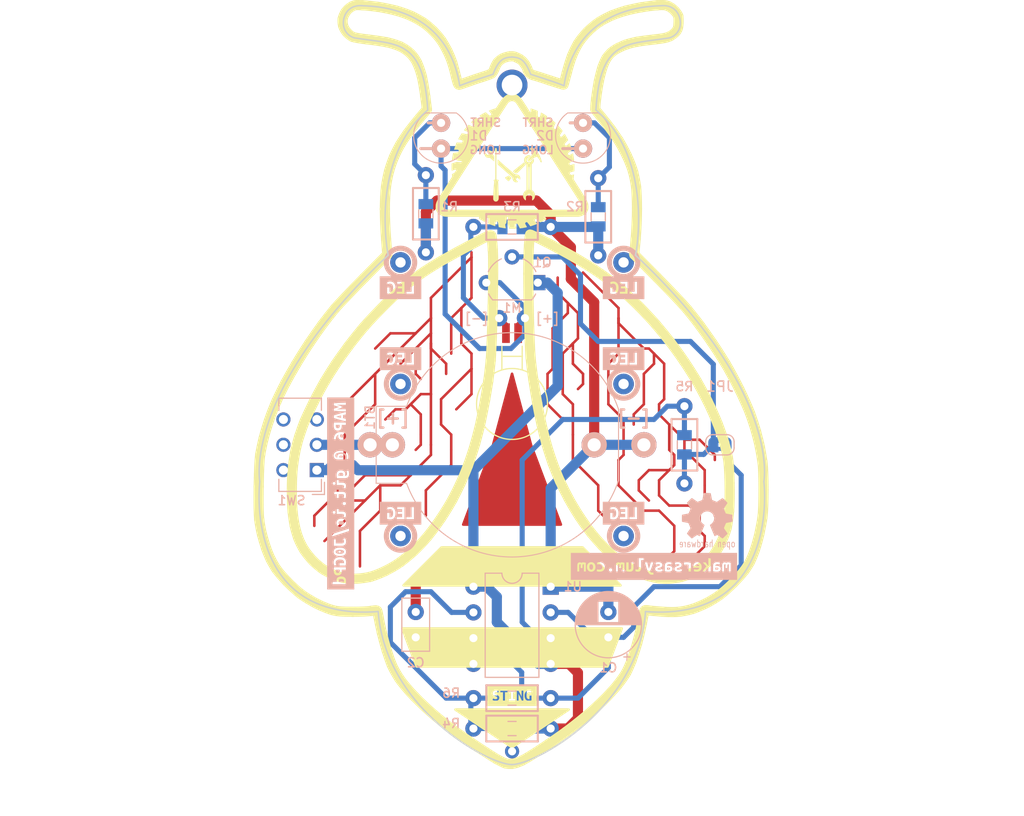
<source format=kicad_pcb>
(kicad_pcb (version 20171130) (host pcbnew 5.1.9-73d0e3b20d~88~ubuntu20.04.1)
  (title_block (title MAP6) (date 2021-08-18) (rev 1) (company "Maker's Asylum") (comment 1 "Learn to Solder Maker's Asylum Badge"))
  (layers (0 F.Cu signal) (31 B.Cu signal) (34 B.Paste user) (35 F.Paste user) (36 B.SilkS user) (37 F.SilkS user) (38 B.Mask user) (39 F.Mask user) (44 Edge.Cuts user))
  (net 0 "")
  (net 1 /GND)
  (net 2 /motor)
  (net 3 "Net-(BT1-Pad1)")
  (net 4 "Net-(C1-Pad1)")
  (net 5 "Net-(C2-Pad1)")
  (net 6 "Net-(D1-Pad1)")
  (net 7 "Net-(JP1-Pad2)")
  (net 8 /6V)
  (net 9 "Net-(R4-Pad1)")
  (net 10 "Net-(R5-Pad2)")
  (net 11 /left_eye)
  (net 12 /right_eye)
  (module map6_fp:r_0805 (layer B.Cu) (at 140 88.2 90)
    (fp_text reference R1 (at 0.7 2.3 180) (layer B.SilkS) (effects (font (size 0.9 0.9)) (justify mirror)))
    (fp_text value 470E hide)
    (pad 1 thru_hole circle (at -3.81 0 90) (size 1.6 1.6) (drill 0.8) (layers *.Cu *.Mask) (net 1 /GND))
    (pad 2 thru_hole circle (at 3.81 0 90) (size 1.6 1.6) (drill 0.8) (layers *.Cu *.Mask) (net 11 /left_eye))
    (pad 1 smd rect (at -0.95 0 90) (size 1 1.45) (layers B.Cu B.Paste B.Mask) (net 1 /GND))
    (pad 2 smd rect (at 0.95 0 90) (size 1 1.45) (layers B.Cu B.Paste B.Mask) (net 11 /left_eye))
  )
  (module map6_fp:r_0805 (layer B.Cu) (at 157 88.5 90)
    (fp_text reference R2 (at 1 -2.3 180) (layer B.SilkS) (effects (font (size 0.9 0.9)) (justify mirror)))
    (fp_text value 470E hide)
    (pad 1 thru_hole circle (at -3.81 0 90) (size 1.6 1.6) (drill 0.8) (layers *.Cu *.Mask) (net 1 /GND))
    (pad 2 thru_hole circle (at 3.81 0 90) (size 1.6 1.6) (drill 0.8) (layers *.Cu *.Mask) (net 12 /right_eye))
    (pad 1 smd rect (at -0.95 0 90) (size 1 1.45) (layers B.Cu B.Paste B.Mask) (net 1 /GND))
    (pad 2 smd rect (at 0.95 0 90) (size 1 1.45) (layers B.Cu B.Paste B.Mask) (net 12 /right_eye))
  )
  (module map6_fp:r_0805 (layer B.Cu) (at 148.5 89.5 180)
    (fp_text reference R3 (at 0 2 180) (layer B.SilkS) (effects (font (size 0.9 0.9)) (justify mirror)))
    (fp_text value 100E hide)
    (pad 1 thru_hole circle (at -3.81 0 180) (size 1.6 1.6) (drill 0.8) (layers *.Cu *.Mask) (net 1 /GND))
    (pad 2 thru_hole circle (at 3.81 0 180) (size 1.6 1.6) (drill 0.8) (layers *.Cu *.Mask) (net 2 /motor))
    (pad 1 smd rect (at -0.95 0 180) (size 1 1.45) (layers B.Cu B.Paste B.Mask) (net 1 /GND))
    (pad 2 smd rect (at 0.95 0 180) (size 1 1.45) (layers B.Cu B.Paste B.Mask) (net 2 /motor))
  )
  (module map6_fp:r_0805 (layer B.Cu) (at 148.5 139)
    (fp_text reference R4 (at -6 -0.5) (layer B.SilkS) (effects (font (size 0.9 0.9)) (justify mirror)))
    (fp_text value DNP hide)
    (pad 1 thru_hole circle (at -3.81 0) (size 1.6 1.6) (drill 0.8) (layers *.Cu *.Mask) (net 9 "Net-(R4-Pad1)"))
    (pad 2 thru_hole circle (at 3.81 0) (size 1.6 1.6) (drill 0.8) (layers *.Cu *.Mask) (net 8 /6V))
    (pad 1 smd rect (at -0.95 0) (size 1 1.45) (layers B.Cu B.Paste B.Mask) (net 9 "Net-(R4-Pad1)"))
    (pad 2 smd rect (at 0.95 0) (size 1 1.45) (layers B.Cu B.Paste B.Mask) (net 8 /6V))
  )
  (module map6_fp:r_0805 (layer B.Cu) (at 165.5 111 90)
    (fp_text reference R5 (at 5.75 0 180) (layer B.SilkS) (effects (font (size 0.9 0.9)) (justify mirror)))
    (fp_text value 33k hide)
    (pad 1 thru_hole circle (at -3.81 0 90) (size 1.6 1.6) (drill 0.8) (layers *.Cu *.Mask) (net 7 "Net-(JP1-Pad2)"))
    (pad 2 thru_hole circle (at 3.81 0 90) (size 1.6 1.6) (drill 0.8) (layers *.Cu *.Mask) (net 10 "Net-(R5-Pad2)"))
    (pad 1 smd rect (at -0.95 0 90) (size 1 1.45) (layers B.Cu B.Paste B.Mask) (net 7 "Net-(JP1-Pad2)"))
    (pad 2 smd rect (at 0.95 0 90) (size 1 1.45) (layers B.Cu B.Paste B.Mask) (net 10 "Net-(R5-Pad2)"))
  )
  (module map6_fp:r_0805 (layer B.Cu) (at 148.5 136 180)
    (fp_text reference R6 (at 6 0.5) (layer B.SilkS) (effects (font (size 0.9 0.9)) (justify mirror)))
    (fp_text value DNP hide)
    (pad 1 thru_hole circle (at -3.81 0 180) (size 1.6 1.6) (drill 0.8) (layers *.Cu *.Mask) (net 4 "Net-(C1-Pad1)"))
    (pad 2 thru_hole circle (at 3.81 0 180) (size 1.6 1.6) (drill 0.8) (layers *.Cu *.Mask) (net 9 "Net-(R4-Pad1)"))
    (pad 1 smd rect (at -0.95 0 180) (size 1 1.45) (layers B.Cu B.Paste B.Mask) (net 4 "Net-(C1-Pad1)"))
    (pad 2 smd rect (at 0.95 0 180) (size 1 1.45) (layers B.Cu B.Paste B.Mask) (net 9 "Net-(R4-Pad1)"))
  )
  (module map6_fp:TO-92L_Wide (layer B.Cu) (at 148.5 95 180)
    (fp_text reference Q1 (at -3 2) (layer B.SilkS) (effects (font (size 0.9 0.9)) (justify mirror)))
    (fp_text value BC547)
    (pad 2 thru_hole circle (at 0 2.54 180) (size 1.5 1.5) (drill 0.8) (layers *.Cu *.Mask) (net 7 "Net-(JP1-Pad2)"))
    (pad 3 thru_hole circle (at 2.54 0 180) (size 1.5 1.5) (drill 0.8) (layers *.Cu *.Mask) (net 6 "Net-(D1-Pad1)"))
    (pad 1 thru_hole rect (at -2.54 0 180) (size 1.5 1.5) (drill 0.8) (layers *.Cu *.Mask) (net 8 /6V))
  )
  (module map6_fp:DIP-8_W7.62mm (layer B.Cu) (at 152.31 125 180)
    (fp_text reference U1 (at -2.19 0) (layer B.SilkS) (effects (font (size 0.9 0.9)) (justify mirror)))
    (fp_text value LM555)
    (pad 1 thru_hole rect (at 0 0 180) (size 1.6 1.6) (drill 0.8) (layers *.Cu *.Mask) (net 1 /GND))
    (pad 5 thru_hole oval (at 7.62 -7.62 180) (size 1.6 1.6) (drill 0.8) (layers *.Cu *.Mask) (net 5 "Net-(C2-Pad1)"))
    (pad 2 thru_hole oval (at 0 -2.54 180) (size 1.6 1.6) (drill 0.8) (layers *.Cu *.Mask) (net 4 "Net-(C1-Pad1)"))
    (pad 6 thru_hole oval (at 7.62 -5.08 180) (size 1.6 1.6) (drill 0.8) (layers *.Cu *.Mask) (net 4 "Net-(C1-Pad1)"))
    (pad 3 thru_hole oval (at 0 -5.08 180) (size 1.6 1.6) (drill 0.8) (layers *.Cu *.Mask) (net 10 "Net-(R5-Pad2)"))
    (pad 7 thru_hole oval (at 7.62 -2.54 180) (size 1.6 1.6) (drill 0.8) (layers *.Cu *.Mask) (net 9 "Net-(R4-Pad1)"))
    (pad 4 thru_hole oval (at 0 -7.62 180) (size 1.6 1.6) (drill 0.8) (layers *.Cu *.Mask) (net 8 /6V))
    (pad 8 thru_hole oval (at 7.62 0 180) (size 1.6 1.6) (drill 0.8) (layers *.Cu *.Mask) (net 8 /6V))
  )
  (module map6_fp:CP_Radial_D6.3mm_P2.50mm (layer B.Cu) (at 158 130 90)
    (fp_text reference C1 (at -3 0) (layer B.SilkS) (effects (font (size 0.9 0.9)) (justify mirror)))
    (fp_text value 47uF/16V)
    (pad 1 thru_hole rect (at 0 0 90) (size 1.6 1.6) (drill 0.8) (layers *.Cu *.Mask) (net 4 "Net-(C1-Pad1)"))
    (pad 2 thru_hole circle (at 2.5 0 90) (size 1.6 1.6) (drill 0.8) (layers *.Cu *.Mask) (net 1 /GND))
  )
  (module map6_fp:C_Disc_D5.0mm_W2.5mm_P2.50mm (layer B.Cu) (at 139 130 90)
    (fp_text reference C2 (at -2.5 0 180) (layer B.SilkS) (effects (font (size 0.9 0.9)) (justify mirror)))
    (fp_text value 10nF)
    (pad 1 thru_hole circle (at 0 0 90) (size 1.6 1.6) (drill 0.8) (layers *.Cu *.Mask) (net 5 "Net-(C2-Pad1)"))
    (pad 2 thru_hole circle (at 2.5 0 90) (size 1.6 1.6) (drill 0.8) (layers *.Cu *.Mask) (net 1 /GND))
  )
  (module label (layer B.Cu) (at 131.6 115.8 270)
    (fp_text reference kibuzzard-611CF906 hide)
    (fp_text value G*** hide)
  )
  (module label (layer F.Cu) (at 148.5 135.75)
    (fp_text reference kibuzzard-611CE09C hide)
    (fp_text value G*** hide)
  )
  (module label (layer B.Cu) (at 137.5 117.75 180)
    (fp_text reference kibuzzard-611CDC95 hide)
    (fp_text value G*** hide)
  )
  (module label (layer B.Cu) (at 159.5 117.75 180)
    (fp_text reference kibuzzard-611CDC95 hide)
    (fp_text value G*** hide)
  )
  (module label (layer B.Cu) (at 137.5 102.5 180)
    (fp_text reference kibuzzard-611CDC95 hide)
    (fp_text value G*** hide)
  )
  (module label (layer B.Cu) (at 159.5 102.5 180)
    (fp_text reference kibuzzard-611CDC95 hide)
    (fp_text value G*** hide)
  )
  (module label (layer B.Cu) (at 137.5 95.5 180)
    (fp_text reference kibuzzard-611CDC95 hide)
    (fp_text value G*** hide)
  )
  (module label (layer B.Cu) (at 159.5 95.5 180)
    (fp_text reference kibuzzard-611CDC95 hide)
    (fp_text value G*** hide)
  )
  (module map6_fp:SW_CuK_JS202011AQN_DPDT_Angled (layer B.Cu) (at 129.25 113.5 90)
    (fp_text reference SW1 (at -3 -2.5 180) (layer B.SilkS) (effects (font (size 0.9 0.9)) (justify mirror)))
    (fp_text value On)
    (pad 6 thru_hole circle (at 5 -3.3 90) (size 1.4 1.4) (drill 0.9) (layers *.Cu *.Mask))
    (pad 5 thru_hole circle (at 2.5 -3.3 90) (size 1.4 1.4) (drill 0.9) (layers *.Cu *.Mask))
    (pad 4 thru_hole circle (at 0 -3.3 90) (size 1.4 1.4) (drill 0.9) (layers *.Cu *.Mask))
    (pad 3 thru_hole circle (at 5 0 90) (size 1.4 1.4) (drill 0.9) (layers *.Cu *.Mask))
    (pad 2 thru_hole circle (at 2.5 0 90) (size 1.4 1.4) (drill 0.9) (layers *.Cu *.Mask) (net 3 "Net-(BT1-Pad1)"))
    (pad 1 thru_hole rect (at 0 0 90) (size 1.4 1.4) (drill 0.9) (layers *.Cu *.Mask) (net 8 /6V))
  )
  (module label (layer B.Cu) (at 162.5 123 180)
    (fp_text reference kibuzzard-611CD92E hide)
    (fp_text value G*** hide)
  )
  (module map6_fp:LED-5MM_right (layer B.Cu) (at 155.5 80.5 90)
    (fp_text reference D2 (at 0 -3.75 180) (layer B.SilkS) (effects (font (size 0.9 0.9)) (justify mirror)))
    (fp_text value Red hide)
    (fp_text user SHRT (at 1.3 -4.45) (layer B.SilkS) (effects (font (size 0.8 0.8)) (justify mirror)))
    (fp_text user LONG (at -1.4 -4.45) (layer B.SilkS) (effects (font (size 0.8 0.8)) (justify mirror)))
    (pad 1 thru_hole circle (at -1.27 0 90) (size 1.8 1.8) (drill 0.8) (layers *.Cu *.Mask B.SilkS) (net 6 "Net-(D1-Pad1)"))
    (pad 2 thru_hole circle (at 1.27 0 90) (size 1.8 1.8) (drill 0.8) (layers *.Cu *.Mask B.SilkS) (net 12 /right_eye))
  )
  (module map6_fp:LED-5MM_left (layer B.Cu) (at 141.5 80.5 90)
    (fp_text reference D1 (at 0 3.7 180) (layer B.SilkS) (effects (font (size 0.9 0.9)) (justify mirror)))
    (fp_text value Red hide)
    (fp_text user SHRT (at 1.3 4.4) (layer B.SilkS) (effects (font (size 0.8 0.8)) (justify mirror)))
    (fp_text user LONG (at -1.4 4.4) (layer B.SilkS) (effects (font (size 0.8 0.8)) (justify mirror)))
    (pad 1 thru_hole circle (at -1.27 0 90) (size 1.8 1.8) (drill 0.8) (layers *.Cu *.Mask B.SilkS) (net 6 "Net-(D1-Pad1)"))
    (pad 2 thru_hole circle (at 1.27 0 90) (size 1.8 1.8) (drill 0.8) (layers *.Cu *.Mask B.SilkS) (net 11 /left_eye))
  )
  (module map6_fp:cr2032_02 (layer B.Cu) (at 148.5 111 90)
    (fp_text reference BT1 (at 2.7 -14 270) (layer B.SilkS) (effects (font (size 0.9 0.9)) (justify mirror)))
    (fp_text value BAT)
    (pad 2 thru_hole circle (at 0 13 90) (size 2.5 2.5) (drill 1.3) (layers *.Cu *.Mask B.SilkS) (net 1 /GND))
    (pad 1 thru_hole circle (at 0 -14 90) (size 2.5 2.5) (drill 1.3) (layers *.Cu *.Mask B.SilkS) (net 3 "Net-(BT1-Pad1)"))
    (pad 1 thru_hole circle (at 0 -11.8 90) (size 2.5 2.5) (drill 1.3) (layers *.Cu *.Mask B.SilkS) (net 3 "Net-(BT1-Pad1)"))
    (pad 2 thru_hole circle (at 0 8.1 90) (size 2.5 2.5) (drill 1.3) (layers *.Cu *.Mask B.SilkS) (net 1 /GND))
  )
  (module map6_fp:Logo_silk_OSHW_6x6mm (layer B.Cu) (at 167.75 118 180)
    (fp_text reference G10 hide)
    (fp_text value OPEN_HARDWARE_1 hide)
  )
  (module map6_fp:MTG_2mm (layer F.Cu) (at 148.5 75.5)
    (fp_text reference G2 hide)
    (fp_text value Pin hide)
    (pad 1 thru_hole circle (at 0 0) (size 3.048 3.048) (drill 2.036) (layers *.Cu *.Mask))
  )
  (module map6_fp:MTG_1mm (layer B.Cu) (at 137.5 120)
    (fp_text reference G3 hide)
    (fp_text value LEG hide)
    (pad 1 thru_hole circle (at 0 0) (size 2.036 2.036) (drill 1.018) (layers *.Cu *.Mask))
  )
  (module map6_fp:MTG_1mm (layer B.Cu) (at 137.5 93)
    (fp_text reference G4 hide)
    (fp_text value LEG hide)
    (pad 1 thru_hole circle (at 0 0) (size 2.036 2.036) (drill 1.018) (layers *.Cu *.Mask))
  )
  (module map6_fp:MTG_1mm (layer B.Cu) (at 159.5 120)
    (fp_text reference G5 hide)
    (fp_text value LEG hide)
    (pad 1 thru_hole circle (at 0 0) (size 2.036 2.036) (drill 1.018) (layers *.Cu *.Mask))
  )
  (module map6_fp:MTG_1mm (layer B.Cu) (at 159.5 93)
    (fp_text reference G6 hide)
    (fp_text value LEG hide)
    (pad 1 thru_hole circle (at 0 0) (size 2.036 2.036) (drill 1.018) (layers *.Cu *.Mask))
  )
  (module map6_fp:MTG_1mm (layer B.Cu) (at 137.5 105)
    (fp_text reference G7 hide)
    (fp_text value LEG hide)
    (pad 1 thru_hole circle (at 0 0) (size 2.036 2.036) (drill 1.018) (layers *.Cu *.Mask))
  )
  (module map6_fp:MTG_1mm (layer B.Cu) (at 159.5 105)
    (fp_text reference G8 hide)
    (fp_text value LEG hide)
    (pad 1 thru_hole circle (at 0 0) (size 2.036 2.036) (drill 1.018) (layers *.Cu *.Mask))
  )
  (module map6_fp:SolderJumper-2_P1.3mm_Bridged2Bar_RoundedPad1.0x1.5mm (layer B.Cu) (at 169 111 180)
    (fp_text reference JP1 (at 0 5.75) (layer B.SilkS) (effects (justify mirror)))
    (fp_text value Jumper)
    (fp_poly (pts (xy -0.25 0.6) (xy 0.25 0.6) (xy 0.25 0.2) (xy -0.25 0.2)) (layer B.Cu) (width 0))
    (fp_poly (pts (xy -0.25 -0.2) (xy 0.25 -0.2) (xy 0.25 -0.6) (xy -0.25 -0.6)) (layer B.Cu) (width 0))
    (pad 1 smd custom (at -0.65 0 180) (size 1 0.5) (layers B.Cu B.Mask) (net 4 "Net-(C1-Pad1)") (options (clearance outline) (anchor rect)) (primitives (gr_circle (center 0 -0.25) (end 0.5 -0.25) (width 0)) (gr_circle (center 0 0.25) (end 0.5 0.25) (width 0)) (gr_poly (pts (xy 0.5 -0.75) (xy 0.5 0.75) (xy 0 0.75) (xy 0 -0.75)) (width 0))))
    (pad 2 smd custom (at 0.65 0 180) (size 1 0.5) (layers B.Cu B.Mask) (net 7 "Net-(JP1-Pad2)") (options (clearance outline) (anchor rect)) (primitives (gr_circle (center 0 -0.25) (end 0.5 -0.25) (width 0)) (gr_circle (center 0 0.25) (end 0.5 0.25) (width 0)) (gr_poly (pts (xy -0.5 -0.75) (xy -0.5 0.75) (xy 0 0.75) (xy 0 -0.75)) (width 0))))
  )
  (module map6_fp:motor_XDCR_C0720B001F (layer F.Cu) (at 148.5 105 180)
    (fp_text reference M1 (at 0 7.5 180) (layer B.SilkS) (effects (font (size 0.9 0.9)) (justify mirror)))
    (fp_text value Motor_vibration)
    (fp_text user [+] (at -3.5 6.5) (layer B.SilkS) (effects (font (size 0.9 0.9)) (justify mirror)))
    (fp_text user [-] (at 3.5 6.5) (layer B.SilkS) (effects (font (size 0.9 0.9)) (justify mirror)))
    (pad 1 thru_hole circle (at -1.27 6.5 180) (size 1.6 1.6) (drill 0.8) (layers *.Cu *.Mask) (net 6 "Net-(D1-Pad1)"))
    (pad 2 thru_hole circle (at 1.27 6.5 180) (size 1.6 1.6) (drill 0.8) (layers *.Cu *.Mask) (net 2 /motor))
    (pad 1 smd rect (at -0.6 5.02 180) (size 0.76 1.94) (layers F.Cu F.Paste F.Mask) (net 6 "Net-(D1-Pad1)"))
    (pad 2 smd rect (at 0.6 5.02 180) (size 0.76 1.94) (layers F.Cu F.Paste F.Mask) (net 2 /motor))
  )
  (module map6_fp:MA_LOGO (layer F.Cu) (at 148.5 83)
    (fp_text reference G1 hide)
    (fp_text value Logo_MA hide)
  )
  (module map6_fp:MTG_0mm8 (layer F.Cu) (at 148.5 141.25)
    (fp_text reference G9 hide)
    (fp_text value STING hide)
    (pad 1 thru_hole circle (at 0 0) (size 1.4 1.4) (drill 0.8) (layers *.Cu *.Mask))
  )
  (gr_circle (center 137.5 105) (end 138.9 105) (layer B.SilkS) (width 0.5))
  (gr_circle (center 137.5 93) (end 138.9 93) (layer B.SilkS) (width 0.5))
  (gr_circle (center 159.5 93) (end 160.9 93) (layer B.SilkS) (width 0.5))
  (gr_circle (center 159.5 105) (end 160.9 105) (layer B.SilkS) (width 0.5))
  (gr_circle (center 159.5 120) (end 160.9 120) (layer B.SilkS) (width 0.5))
  (gr_circle (center 137.5 120) (end 138.9 120) (layer B.SilkS) (width 0.5))
  (gr_line (start 147.795988 142.419433) (end 147.796037 142.419563) (layer F.SilkS) (width 1))
  (gr_line (start 160.556716 92.227899) (end 162.804667 94.495542) (layer F.SilkS) (width 1))
  (gr_line (start 160.691057 90.711137) (end 160.556716 92.227899) (layer F.SilkS) (width 1))
  (gr_curve (pts (xy 148.490565 142.486733) (xy 148.238672 142.508233) (xy 147.961504 142.481733) (xy 147.795988 142.419433)) (layer F.SilkS) (width 1))
  (gr_curve (pts (xy 149.522674 142.145203) (xy 149.109258 142.351443) (xy 148.77327 142.462623) (xy 148.490565 142.486733)) (layer F.SilkS) (width 1))
  (gr_curve (pts (xy 151.550004 140.898073) (xy 150.772099 141.415813) (xy 149.859801 141.977013) (xy 149.522674 142.145203)) (layer F.SilkS) (width 1))
  (gr_curve (pts (xy 153.843585 139.307962) (xy 153.360016 139.664792) (xy 152.327905 140.380332) (xy 151.550004 140.898073)) (layer F.SilkS) (width 1))
  (gr_curve (pts (xy 155.633445 137.902292) (xy 155.132586 138.318592) (xy 154.327145 138.951141) (xy 153.843585 139.307962)) (layer F.SilkS) (width 1))
  (gr_curve (pts (xy 157.420566 136.296792) (xy 156.938516 136.763522) (xy 156.134315 137.485992) (xy 155.633445 137.902292)) (layer F.SilkS) (width 1))
  (gr_curve (pts (xy 158.891466 134.709651) (xy 158.564526 135.115841) (xy 157.902616 135.830061) (xy 157.420566 136.296792)) (layer F.SilkS) (width 1))
  (gr_curve (pts (xy 159.753627 133.486401) (xy 159.606386 133.752991) (xy 159.218407 134.303451) (xy 158.891466 134.709651)) (layer F.SilkS) (width 1))
  (gr_curve (pts (xy 160.298566 132.253791) (xy 160.146096 132.665141) (xy 159.900866 133.219821) (xy 159.753627 133.486401)) (layer F.SilkS) (width 1))
  (gr_curve (pts (xy 160.842126 130.571831) (xy 160.695636 131.085551) (xy 160.451037 131.842441) (xy 160.298566 132.253791)) (layer F.SilkS) (width 1))
  (gr_curve (pts (xy 161.298757 128.64391) (xy 161.194097 129.19054) (xy 160.988607 130.058111) (xy 160.842126 130.571831)) (layer F.SilkS) (width 1))
  (gr_curve (pts (xy 161.530997 127.46862) (xy 161.507897 127.56842) (xy 161.403427 128.09727) (xy 161.298757 128.64391)) (layer F.SilkS) (width 1))
  (gr_curve (pts (xy 161.855806 127.33474) (xy 161.602687 127.29224) (xy 161.568506 127.30634) (xy 161.530997 127.46862)) (layer F.SilkS) (width 1))
  (gr_curve (pts (xy 163.257646 127.46552) (xy 162.642217 127.41972) (xy 162.011397 127.36089) (xy 161.855806 127.33474)) (layer F.SilkS) (width 1))
  (gr_curve (pts (xy 165.067048 127.46483) (xy 164.567158 127.52563) (xy 164.067777 127.52583) (xy 163.257646 127.46552)) (layer F.SilkS) (width 1))
  (gr_curve (pts (xy 166.356358 127.18064) (xy 166.026988 127.29077) (xy 165.446807 127.41865) (xy 165.067048 127.46483)) (layer F.SilkS) (width 1))
  (gr_curve (pts (xy 167.689298 126.61302) (xy 167.285548 126.81508) (xy 166.685727 127.0705) (xy 166.356358 127.18064)) (layer F.SilkS) (width 1))
  (gr_curve (pts (xy 169.027217 125.78887) (xy 168.695118 126.04009) (xy 168.093058 126.41096) (xy 167.689298 126.61302)) (layer F.SilkS) (width 1))
  (gr_curve (pts (xy 170.337398 124.61798) (xy 169.948909 125.01075) (xy 169.359329 125.53765) (xy 169.027217 125.78887)) (layer F.SilkS) (width 1))
  (gr_curve (pts (xy 171.387428 123.445149) (xy 171.198399 123.697439) (xy 170.725879 124.225219) (xy 170.337398 124.61798)) (layer F.SilkS) (width 1))
  (gr_curve (pts (xy 171.954869 122.565949) (xy 171.831809 122.797209) (xy 171.576459 123.192859) (xy 171.387428 123.445149)) (layer F.SilkS) (width 1))
  (gr_curve (pts (xy 172.446869 121.371998) (xy 172.299318 121.797398) (xy 172.077919 122.334679) (xy 171.954869 122.565949)) (layer F.SilkS) (width 1))
  (gr_curve (pts (xy 172.906809 119.728269) (xy 172.801389 120.206919) (xy 172.594419 120.946599) (xy 172.446869 121.371998)) (layer F.SilkS) (width 1))
  (gr_curve (pts (xy 173.199419 118.131688) (xy 173.143918 118.531158) (xy 173.012239 119.249619) (xy 172.906809 119.728269)) (layer F.SilkS) (width 1))
  (gr_curve (pts (xy 173.300348 115.417628) (xy 173.300348 116.646448) (xy 173.261848 117.682697) (xy 173.199419 118.131688)) (layer F.SilkS) (width 1))
  (gr_curve (pts (xy 173.197659 112.703557) (xy 173.262358 113.161156) (xy 173.300348 114.165247) (xy 173.300348 115.417628)) (layer F.SilkS) (width 1))
  (gr_curve (pts (xy 172.947789 111.250957) (xy 173.028689 111.650417) (xy 173.141168 112.304086) (xy 173.197659 112.703557)) (layer F.SilkS) (width 1))
  (gr_curve (pts (xy 172.563049 109.683677) (xy 172.693709 110.146217) (xy 172.866849 110.851497) (xy 172.947789 111.250957)) (layer F.SilkS) (width 1))
  (gr_curve (pts (xy 171.984569 107.925266) (xy 172.172069 108.429856) (xy 172.432389 109.221136) (xy 172.563049 109.683677)) (layer F.SilkS) (width 1))
  (gr_curve (pts (xy 170.932589 105.555237) (xy 171.323669 106.354165) (xy 171.797058 107.420676) (xy 171.984569 107.925266)) (layer F.SilkS) (width 1))
  (gr_curve (pts (xy 169.553449 102.994076) (xy 169.920899 103.603786) (xy 170.541519 104.756307) (xy 170.932589 105.555237)) (layer F.SilkS) (width 1))
  (gr_curve (pts (xy 168.231507 100.929854) (xy 168.591118 101.455465) (xy 169.185988 102.384366) (xy 169.553449 102.994076)) (layer F.SilkS) (width 1))
  (gr_curve (pts (xy 167.044908 99.247896) (xy 167.337918 99.64736) (xy 167.871888 100.404241) (xy 168.231507 100.929854)) (layer F.SilkS) (width 1))
  (gr_curve (pts (xy 165.782387 97.642392) (xy 166.183757 98.125954) (xy 166.751888 98.848431) (xy 167.044908 99.247896)) (layer F.SilkS) (width 1))
  (gr_curve (pts (xy 162.804667 94.495542) (xy 164.041048 95.742745) (xy 165.381017 97.158828) (xy 165.782387 97.642392)) (layer F.SilkS) (width 1))
  (gr_line (start 140.103028 77.89949) (end 139.942921 76.627972) (layer F.SilkS) (width 1))
  (gr_line (start 139.375686 78.768644) (end 140.103028 77.89949) (layer F.SilkS) (width 1))
  (gr_curve (pts (xy 160.821907 87.70355) (xy 160.823906 88.531422) (xy 160.765706 89.868863) (xy 160.691057 90.711137)) (layer F.SilkS) (width 1))
  (gr_curve (pts (xy 160.730307 85.52465) (xy 160.778807 85.903092) (xy 160.820006 86.883596) (xy 160.821907 87.70355)) (layer F.SilkS) (width 1))
  (gr_curve (pts (xy 160.451386 84.110278) (xy 160.556327 84.509743) (xy 160.681837 85.146211) (xy 160.730307 85.52465)) (layer F.SilkS) (width 1))
  (gr_curve (pts (xy 159.810626 82.451332) (xy 160.058107 82.964287) (xy 160.346457 83.710812) (xy 160.451386 84.110278)) (layer F.SilkS) (width 1))
  (gr_curve (pts (xy 159.001427 80.960505) (xy 159.198996 81.267505) (xy 159.563136 81.938375) (xy 159.810626 82.451332)) (layer F.SilkS) (width 1))
  (gr_curve (pts (xy 158.252676 79.867156) (xy 158.466917 80.161499) (xy 158.803846 80.653507) (xy 159.001427 80.960505)) (layer F.SilkS) (width 1))
  (gr_curve (pts (xy 157.321556 78.682141) (xy 157.619436 79.039558) (xy 158.038446 79.572814) (xy 158.252676 79.867156)) (layer F.SilkS) (width 1))
  (gr_curve (pts (xy 156.723486 77.939713) (xy 156.754586 77.990634) (xy 157.023665 78.324725) (xy 157.321556 78.682141)) (layer F.SilkS) (width 1))
  (gr_curve (pts (xy 156.787185 76.869377) (xy 156.721086 77.407142) (xy 156.692486 77.888795) (xy 156.723486 77.939713)) (layer F.SilkS) (width 1))
  (gr_curve (pts (xy 157.060236 75.127094) (xy 156.976135 75.547584) (xy 156.853276 76.331611) (xy 156.787185 76.869377)) (layer F.SilkS) (width 1))
  (gr_curve (pts (xy 157.404176 73.780732) (xy 157.299095 74.100742) (xy 157.144326 74.706604) (xy 157.060236 75.127094)) (layer F.SilkS) (width 1))
  (gr_curve (pts (xy 157.808466 72.863302) (xy 157.691186 73.047878) (xy 157.509256 73.460723) (xy 157.404176 73.780732)) (layer F.SilkS) (width 1))
  (gr_curve (pts (xy 158.305506 72.279093) (xy 158.149405 72.415829) (xy 157.925736 72.678724) (xy 157.808466 72.863302)) (layer F.SilkS) (width 1))
  (gr_curve (pts (xy 158.986156 71.829387) (xy 158.767896 71.939987) (xy 158.461596 72.142355) (xy 158.305506 72.279093)) (layer F.SilkS) (width 1))
  (gr_curve (pts (xy 159.793677 71.486997) (xy 159.567796 71.564707) (xy 159.204407 71.718786) (xy 158.986156 71.829387)) (layer F.SilkS) (width 1))
  (gr_curve (pts (xy 160.793947 71.233857) (xy 160.469676 71.295367) (xy 160.019556 71.409284) (xy 159.793677 71.486997)) (layer F.SilkS) (width 1))
  (gr_curve (pts (xy 162.525657 70.999444) (xy 161.897486 71.066855) (xy 161.118226 71.172344) (xy 160.793947 71.233857)) (layer F.SilkS) (width 1))
  (gr_curve (pts (xy 164.061518 70.687405) (xy 163.757088 70.833895) (xy 163.408696 70.904679) (xy 162.525657 70.999444)) (layer F.SilkS) (width 1))
  (gr_curve (pts (xy 164.671647 70.214224) (xy 164.552107 70.370959) (xy 164.279038 70.582732) (xy 164.061518 70.687405)) (layer F.SilkS) (width 1))
  (gr_curve (pts (xy 164.917208 69.414461) (xy 164.893408 69.836623) (xy 164.848708 69.982129) (xy 164.671647 70.214224)) (layer F.SilkS) (width 1))
  (gr_curve (pts (xy 164.897008 68.70166) (xy 164.924208 68.809873) (xy 164.933307 69.130635) (xy 164.917208 69.414461)) (layer F.SilkS) (width 1))
  (gr_curve (pts (xy 164.538378 68.169406) (xy 164.708468 68.353931) (xy 164.869847 68.593445) (xy 164.897008 68.70166)) (layer F.SilkS) (width 1))
  (gr_curve (pts (xy 163.889138 67.704065) (xy 164.081138 67.777395) (xy 164.363728 67.979939) (xy 164.538378 68.169406)) (layer F.SilkS) (width 1))
  (gr_curve (pts (xy 162.826537 67.625016) (xy 163.411537 67.583895) (xy 163.613886 67.598945) (xy 163.889138 67.704065)) (layer F.SilkS) (width 1))
  (gr_curve (pts (xy 161.242127 67.826553) (xy 161.716116 67.743642) (xy 162.429107 67.652951) (xy 162.826537 67.625016)) (layer F.SilkS) (width 1))
  (gr_curve (pts (xy 159.692256 68.16309) (xy 160.070697 68.060902) (xy 160.768137 67.90946) (xy 161.242127 67.826553)) (layer F.SilkS) (width 1))
  (gr_curve (pts (xy 158.369326 68.617203) (xy 158.718497 68.469628) (xy 159.313817 68.265278) (xy 159.692256 68.16309)) (layer F.SilkS) (width 1))
  (gr_curve (pts (xy 157.146085 69.250213) (xy 157.469695 69.049632) (xy 158.020156 68.764777) (xy 158.369326 68.617203)) (layer F.SilkS) (width 1))
  (gr_curve (pts (xy 155.946075 70.234898) (xy 156.282466 69.893901) (xy 156.822476 69.450794) (xy 157.146085 69.250213)) (layer F.SilkS) (width 1))
  (gr_curve (pts (xy 155.003005 71.416501) (xy 155.185305 71.107614) (xy 155.609686 70.575893) (xy 155.946075 70.234898)) (layer F.SilkS) (width 1))
  (gr_curve (pts (xy 154.415935 72.612177) (xy 154.556525 72.263441) (xy 154.820715 71.725387) (xy 155.003005 71.416501)) (layer F.SilkS) (width 1))
  (gr_curve (pts (xy 153.884136 74.336361) (xy 154.036035 73.736795) (xy 154.275345 72.960911) (xy 154.415935 72.612177)) (layer F.SilkS) (width 1))
  (gr_curve (pts (xy 153.577165 75.457269) (xy 153.594066 75.440339) (xy 153.732236 74.935929) (xy 153.884136 74.336361)) (layer F.SilkS) (width 1))
  (gr_curve (pts (xy 152.185065 75.02994) (xy 152.933786 75.281905) (xy 153.560236 75.474204) (xy 153.577165 75.457269)) (layer F.SilkS) (width 1))
  (gr_curve (pts (xy 150.576215 74.518665) (xy 150.712361 74.547905) (xy 151.436344 74.777976) (xy 152.185065 75.02994)) (layer F.SilkS) (width 1))
  (gr_curve (pts (xy 150.174839 74.269935) (xy 150.25945 74.377499) (xy 150.440069 74.489428) (xy 150.576215 74.518665)) (layer F.SilkS) (width 1))
  (gr_curve (pts (xy 150.021003 73.94986) (xy 150.021003 74.01834) (xy 150.090233 74.162369) (xy 150.174839 74.269935)) (layer F.SilkS) (width 1))
  (gr_curve (pts (xy 149.756036 73.431906) (xy 149.901768 73.648304) (xy 150.021003 73.881383) (xy 150.021003 73.94986)) (layer F.SilkS) (width 1))
  (gr_curve (pts (xy 149.065203 72.830096) (xy 149.383292 72.985723) (xy 149.558129 73.13803) (xy 149.756036 73.431906)) (layer F.SilkS) (width 1))
  (gr_curve (pts (xy 148.26506 72.666066) (xy 148.574204 72.629457) (xy 148.713443 72.657966) (xy 149.065203 72.830096)) (layer F.SilkS) (width 1))
  (gr_curve (pts (xy 147.589365 72.864167) (xy 147.755147 72.779588) (xy 148.059211 72.690446) (xy 148.26506 72.666066)) (layer F.SilkS) (width 1))
  (gr_curve (pts (xy 147.094126 73.248279) (xy 147.200725 73.121594) (xy 147.423584 72.948743) (xy 147.589365 72.864167)) (layer F.SilkS) (width 1))
  (gr_curve (pts (xy 146.771593 73.866146) (xy 146.842384 73.653004) (xy 146.987528 73.374965) (xy 147.094126 73.248279)) (layer F.SilkS) (width 1))
  (gr_curve (pts (xy 146.473093 74.364921) (xy 146.566473 74.303731) (xy 146.700799 74.079286) (xy 146.771593 73.866146)) (layer F.SilkS) (width 1))
  (gr_curve (pts (xy 145.58188 74.693241) (xy 145.978664 74.573852) (xy 146.37971 74.426107) (xy 146.473093 74.364921)) (layer F.SilkS) (width 1))
  (gr_curve (pts (xy 144.113245 75.190722) (xy 144.524209 75.036498) (xy 145.185094 74.812631) (xy 145.58188 74.693241)) (layer F.SilkS) (width 1))
  (gr_curve (pts (xy 143.259428 75.47113) (xy 143.318069 75.47113) (xy 143.70228 75.344946) (xy 144.113245 75.190722)) (layer F.SilkS) (width 1))
  (gr_curve (pts (xy 142.984644 74.725717) (xy 143.098836 75.231854) (xy 143.187042 75.47113) (xy 143.259428 75.47113)) (layer F.SilkS) (width 1))
  (gr_curve (pts (xy 142.625251 73.368684) (xy 142.730421 73.705074) (xy 142.892148 74.315739) (xy 142.984644 74.725717)) (layer F.SilkS) (width 1))
  (gr_curve (pts (xy 142.126994 72.145442) (xy 142.295866 72.481832) (xy 142.520082 73.032291) (xy 142.625251 73.368684)) (layer F.SilkS) (width 1))
  (gr_curve (pts (xy 141.524564 71.098576) (xy 141.687028 71.33796) (xy 141.958122 71.80905) (xy 142.126994 72.145442)) (layer F.SilkS) (width 1))
  (gr_curve (pts (xy 140.727762 70.161922) (xy 141.003539 70.437696) (xy 141.3621 70.859192) (xy 141.524564 71.098576)) (layer F.SilkS) (width 1))
  (gr_curve (pts (xy 139.762254 69.345347) (xy 140.017507 69.518686) (xy 140.451987 69.886144) (xy 140.727762 70.161922)) (layer F.SilkS) (width 1))
  (gr_curve (pts (xy 138.600711 68.700833) (xy 138.984306 68.881976) (xy 139.507001 69.172007) (xy 139.762254 69.345347)) (layer F.SilkS) (width 1))
  (gr_curve (pts (xy 137.024059 68.141288) (xy 137.507621 68.267894) (xy 138.217115 68.519689) (xy 138.600711 68.700833)) (layer F.SilkS) (width 1))
  (gr_curve (pts (xy 135.303874 67.788591) (xy 135.766412 67.855971) (xy 136.540496 68.014681) (xy 137.024059 68.141288)) (layer F.SilkS) (width 1))
  (gr_curve (pts (xy 133.736596 67.623831) (xy 134.136061 67.647071) (xy 134.841336 67.721211) (xy 135.303874 67.788591)) (layer F.SilkS) (width 1))
  (gr_curve (pts (xy 132.66626 67.765419) (xy 132.981448 67.596991) (xy 133.071198 67.585118) (xy 133.736596 67.623831)) (layer F.SilkS) (width 1))
  (gr_curve (pts (xy 132.084782 68.30018) (xy 132.226107 68.091315) (xy 132.46149 67.874842) (xy 132.66626 67.765419)) (layer F.SilkS) (width 1))
  (gr_curve (pts (xy 131.797105 68.965262) (xy 131.824735 68.792472) (xy 131.95419 68.493185) (xy 132.084782 68.30018)) (layer F.SilkS) (width 1))
  (gr_curve (pts (xy 131.833215 69.622349) (xy 131.785725 69.433741) (xy 131.769475 69.138052) (xy 131.797105 68.965262)) (layer F.SilkS) (width 1))
  (gr_curve (pts (xy 132.215209 70.301143) (xy 132.041853 70.104201) (xy 131.883847 69.823427) (xy 131.833215 69.622349)) (layer F.SilkS) (width 1))
  (gr_curve (pts (xy 132.7988 70.752093) (xy 132.640429 70.688803) (xy 132.377813 70.485871) (xy 132.215209 70.301143)) (layer F.SilkS) (width 1))
  (gr_curve (pts (xy 134.233536 70.995122) (xy 133.602802 70.924752) (xy 132.95717 70.815387) (xy 132.7988 70.752093)) (layer F.SilkS) (width 1))
  (gr_curve (pts (xy 136.140308 71.275524) (xy 135.722317 71.191673) (xy 134.86427 71.065494) (xy 134.233536 70.995122)) (layer F.SilkS) (width 1))
  (gr_curve (pts (xy 137.457781 71.685551) (xy 137.151162 71.543885) (xy 136.5583 71.359372) (xy 136.140308 71.275524)) (layer F.SilkS) (width 1))
  (gr_curve (pts (xy 138.439544 72.344387) (xy 138.183917 72.102627) (xy 137.793668 71.84074) (xy 137.457781 71.685551)) (layer F.SilkS) (width 1))
  (gr_curve (pts (xy 139.12972 73.286524) (xy 138.955354 72.931844) (xy 138.717762 72.607517) (xy 138.439544 72.344387)) (layer F.SilkS) (width 1))
  (gr_curve (pts (xy 139.589216 74.591925) (xy 139.482737 74.171436) (xy 139.275964 73.584006) (xy 139.12972 73.286524)) (layer F.SilkS) (width 1))
  (gr_curve (pts (xy 139.942921 76.627972) (xy 139.85486 75.928635) (xy 139.695694 75.012415) (xy 139.589216 74.591925)) (layer F.SilkS) (width 1))
  (gr_line (start 136.195087 92.227064) (end 136.074404 90.665471) (layer F.SilkS) (width 1))
  (gr_line (start 133.913909 94.53335) (end 136.195087 92.227064) (layer F.SilkS) (width 1))
  (gr_curve (pts (xy 138.211364 80.248233) (xy 138.451703 79.912493) (xy 138.975647 79.246679) (xy 139.375686 78.768644)) (layer F.SilkS) (width 1))
  (gr_curve (pts (xy 137.459897 81.395024) (xy 137.632866 81.100029) (xy 137.971026 80.583973) (xy 138.211364 80.248233)) (layer F.SilkS) (width 1))
  (gr_curve (pts (xy 136.860969 82.588592) (xy 137.01741 82.227123) (xy 137.286928 81.690017) (xy 137.459897 81.395024)) (layer F.SilkS) (width 1))
  (gr_curve (pts (xy 136.376525 83.979955) (xy 136.486528 83.576174) (xy 136.704527 82.95006) (xy 136.860969 82.588592)) (layer F.SilkS) (width 1))
  (gr_curve (pts (xy 136.066612 85.539865) (xy 136.127062 85.085695) (xy 136.266523 84.383736) (xy 136.376525 83.979955)) (layer F.SilkS) (width 1))
  (gr_curve (pts (xy 135.955212 87.734753) (xy 135.95603 86.981735) (xy 136.006162 85.994035) (xy 136.066612 85.539865)) (layer F.SilkS) (width 1))
  (gr_curve (pts (xy 136.074404 90.665471) (xy 136.008024 89.806596) (xy 135.954391 88.487772) (xy 135.955212 87.734753)) (layer F.SilkS) (width 1))
  (gr_line (start 134.53655 124.020629) (end 134.53655 124.020629) (layer F.SilkS) (width 1))
  (gr_curve (pts (xy 131.02665 97.565937) (xy 131.359995 97.166472) (xy 132.659261 95.801809) (xy 133.913909 94.53335)) (layer F.SilkS) (width 1))
  (gr_curve (pts (xy 129.797046 99.133216) (xy 130.139984 98.670677) (xy 130.693306 97.965402) (xy 131.02665 97.565937)) (layer F.SilkS) (width 1))
  (gr_curve (pts (xy 128.486277 101.006304) (xy 128.864262 100.438644) (xy 129.454109 99.595754) (xy 129.797046 99.133216)) (layer F.SilkS) (width 1))
  (gr_curve (pts (xy 127.18836 103.070527) (xy 127.524228 102.502866) (xy 128.108291 101.573966) (xy 128.486277 101.006304)) (layer F.SilkS) (width 1))
  (gr_curve (pts (xy 126.148365 104.907447) (xy 126.384493 104.464807) (xy 126.852491 103.638186) (xy 127.18836 103.070527)) (layer F.SilkS) (width 1))
  (gr_curve (pts (xy 125.287251 106.665855) (xy 125.524735 106.141385) (xy 125.912236 105.350097) (xy 126.148365 104.907447)) (layer F.SilkS) (width 1))
  (gr_curve (pts (xy 124.523489 108.613337) (xy 124.706074 108.066707) (xy 125.049766 107.190336) (xy 125.287251 106.665855)) (layer F.SilkS) (width 1))
  (gr_curve (pts (xy 123.991987 110.396056) (xy 124.101728 109.962197) (xy 124.340905 109.159976) (xy 124.523489 108.613337)) (layer F.SilkS) (width 1))
  (gr_curve (pts (xy 123.671342 111.925107) (xy 123.737952 111.517976) (xy 123.882246 110.829906) (xy 123.991987 110.396056)) (layer F.SilkS) (width 1))
  (gr_curve (pts (xy 123.512649 115.127778) (xy 123.538949 113.404558) (xy 123.586589 112.443117) (xy 123.671342 111.925107)) (layer F.SilkS) (width 1))
  (gr_curve (pts (xy 123.566089 118.373107) (xy 123.505089 117.848417) (xy 123.487469 116.778088) (xy 123.512649 115.127778)) (layer F.SilkS) (width 1))
  (gr_curve (pts (xy 123.841265 119.864799) (xy 123.739977 119.474958) (xy 123.616148 118.803699) (xy 123.566089 118.373107)) (layer F.SilkS) (width 1))
  (gr_curve (pts (xy 124.244818 121.206619) (xy 124.124152 120.858459) (xy 123.942553 120.254639) (xy 123.841265 119.864799)) (layer F.SilkS) (width 1))
  (gr_curve (pts (xy 124.714841 122.336589) (xy 124.576994 122.063268) (xy 124.365484 121.554779) (xy 124.244818 121.206619)) (layer F.SilkS) (width 1))
  (gr_curve (pts (xy 125.266051 123.276639) (xy 125.100731 123.032929) (xy 124.852687 122.609898) (xy 124.714841 122.336589)) (layer F.SilkS) (width 1))
  (gr_curve (pts (xy 126.302996 124.48694) (xy 125.897995 124.064989) (xy 125.431369 123.520349) (xy 125.266051 123.276639)) (layer F.SilkS) (width 1))
  (gr_curve (pts (xy 127.693024 125.74436) (xy 127.33351 125.47474) (xy 126.707997 124.9089) (xy 126.302996 124.48694)) (layer F.SilkS) (width 1))
  (gr_curve (pts (xy 129.264117 126.69595) (xy 128.75953 126.44221) (xy 128.052538 126.01399) (xy 127.693024 125.74436)) (layer F.SilkS) (width 1))
  (gr_curve (pts (xy 130.79317 127.31489) (xy 130.456777 127.22819) (xy 129.768704 126.94969) (xy 129.264117 126.69595)) (layer F.SilkS) (width 1))
  (gr_curve (pts (xy 132.780937 127.47584) (xy 131.647632 127.47284) (xy 131.296862 127.44464) (xy 130.79317 127.31489)) (layer F.SilkS) (width 1))
  (gr_curve (pts (xy 134.646173 127.38724) (xy 134.373866 127.43844) (xy 133.547125 127.47774) (xy 132.780937 127.47584)) (layer F.SilkS) (width 1))
  (gr_curve (pts (xy 135.196434 127.39424) (xy 135.147024 127.31434) (xy 135.041228 127.31294) (xy 134.646173 127.38724)) (layer F.SilkS) (width 1))
  (gr_curve (pts (xy 135.343285 128.03038) (xy 135.296165 127.73494) (xy 135.23008 127.44868) (xy 135.196434 127.39424)) (layer F.SilkS) (width 1))
  (gr_curve (pts (xy 135.6556 129.5232) (xy 135.53095 128.99758) (xy 135.390408 128.32582) (xy 135.343285 128.03038)) (layer F.SilkS) (width 1))
  (gr_curve (pts (xy 136.144652 131.321931) (xy 136.000324 130.858241) (xy 135.78025 130.048811) (xy 135.6556 129.5232)) (layer F.SilkS) (width 1))
  (gr_curve (pts (xy 136.640551 132.731191) (xy 136.512136 132.419781) (xy 136.288982 131.785611) (xy 136.144652 131.321931)) (layer F.SilkS) (width 1))
  (gr_curve (pts (xy 137.37945 134.05659) (xy 137.10147 133.639031) (xy 136.768965 133.0426) (xy 136.640551 132.731191)) (layer F.SilkS) (width 1))
  (gr_curve (pts (xy 138.887949 135.849522) (xy 138.256535 135.198811) (xy 137.697598 134.534481) (xy 137.37945 134.05659)) (layer F.SilkS) (width 1))
  (gr_curve (pts (xy 140.804221 137.648932) (xy 140.301965 137.227812) (xy 139.439645 136.418082) (xy 138.887949 135.849522)) (layer F.SilkS) (width 1))
  (gr_curve (pts (xy 142.639083 139.104092) (xy 142.132163 138.724871) (xy 141.306475 138.070042) (xy 140.804221 137.648932)) (layer F.SilkS) (width 1))
  (gr_curve (pts (xy 145.051582 140.781403) (xy 144.231627 140.238102) (xy 143.146003 139.483311) (xy 142.639083 139.104092)) (layer F.SilkS) (width 1))
  (gr_curve (pts (xy 147.031511 142.042893) (xy 146.762504 141.892383) (xy 145.871536 141.324713) (xy 145.051582 140.781403)) (layer F.SilkS) (width 1))
  (gr_curve (pts (xy 147.796037 142.419563) (xy 147.644555 142.362963) (xy 147.300519 142.193413) (xy 147.031511 142.042893)) (layer F.SilkS) (width 1))
  (gr_line (start 165.138668 124.053939) (end 165.138668 124.053939) (layer F.SilkS) (width 1))
  (gr_curve (pts (xy 133.201423 124.211149) (xy 133.600888 124.192749) (xy 134.201695 124.107009) (xy 134.53655 124.020629)) (layer F.SilkS) (width 1))
  (gr_curve (pts (xy 131.938213 124.141849) (xy 132.260449 124.203549) (xy 132.765521 124.231249) (xy 133.201423 124.211149)) (layer F.SilkS) (width 1))
  (gr_curve (pts (xy 130.862457 123.812639) (xy 131.158822 123.937159) (xy 131.642913 124.085299) (xy 131.938213 124.141849)) (layer F.SilkS) (width 1))
  (gr_curve (pts (xy 129.870313 123.289099) (xy 130.119625 123.452529) (xy 130.566089 123.688119) (xy 130.862457 123.812639)) (layer F.SilkS) (width 1))
  (gr_curve (pts (xy 128.911388 122.491499) (xy 129.189484 122.766749) (xy 129.621001 123.125669) (xy 129.870313 123.289099)) (layer F.SilkS) (width 1))
  (gr_curve (pts (xy 128.021329 121.402169) (xy 128.232765 121.726059) (xy 128.633291 122.216259) (xy 128.911388 122.491499)) (layer F.SilkS) (width 1))
  (gr_curve (pts (xy 127.407942 120.179708) (xy 127.533868 120.528168) (xy 127.809892 121.078278) (xy 128.021329 121.402169)) (layer F.SilkS) (width 1))
  (gr_curve (pts (xy 127.055774 118.934508) (xy 127.123544 119.270899) (xy 127.282015 119.831239) (xy 127.407942 120.179708)) (layer F.SilkS) (width 1))
  (gr_curve (pts (xy 126.857308 117.596588) (xy 126.898698 117.996058) (xy 126.988008 118.598118) (xy 127.055774 118.934508)) (layer F.SilkS) (width 1))
  (gr_curve (pts (xy 126.780728 115.559577) (xy 126.781455 116.280467) (xy 126.815918 117.197128) (xy 126.857308 117.596588)) (layer F.SilkS) (width 1))
  (gr_curve (pts (xy 126.857288 113.457138) (xy 126.814459 113.892588) (xy 126.780008 114.838688) (xy 126.780728 115.559577)) (layer F.SilkS) (width 1))
  (gr_curve (pts (xy 127.092495 111.824417) (xy 127.005964 112.286957) (xy 126.900123 113.021677) (xy 126.857288 113.457138)) (layer F.SilkS) (width 1))
  (gr_curve (pts (xy 127.520725 110.142457) (xy 127.371726 110.604996) (xy 127.179022 111.361877) (xy 127.092495 111.824417)) (layer F.SilkS) (width 1))
  (gr_curve (pts (xy 128.059467 108.651637) (xy 127.912158 109.009047) (xy 127.669725 109.679917) (xy 127.520725 110.142457)) (layer F.SilkS) (width 1))
  (gr_curve (pts (xy 128.929333 106.798895) (xy 128.598216 107.460486) (xy 128.206776 108.294217) (xy 128.059467 108.651637)) (layer F.SilkS) (width 1))
  (gr_curve (pts (xy 130.041166 104.734677) (xy 129.760775 105.208406) (xy 129.260449 106.137306) (xy 128.929333 106.798895)) (layer F.SilkS) (width 1))
  (gr_curve (pts (xy 131.084725 103.070597) (xy 130.79116 103.512107) (xy 130.321558 104.260946) (xy 130.041166 104.734677)) (layer F.SilkS) (width 1))
  (gr_curve (pts (xy 132.363121 101.273955) (xy 131.953567 101.820595) (xy 131.378288 102.629076) (xy 131.084725 103.070597)) (layer F.SilkS) (width 1))
  (gr_curve (pts (xy 133.894246 99.362638) (xy 133.461681 99.867227) (xy 132.772674 100.727317) (xy 132.363121 101.273955)) (layer F.SilkS) (width 1))
  (gr_curve (pts (xy 136.024411 97.105872) (xy 135.285385 97.842506) (xy 134.326811 98.858052) (xy 133.894246 99.362638)) (layer F.SilkS) (width 1))
  (gr_curve (pts (xy 138.198546 95.103423) (xy 137.741798 95.468134) (xy 136.763437 96.369237) (xy 136.024411 97.105872)) (layer F.SilkS) (width 1))
  (gr_curve (pts (xy 139.893618 93.864492) (xy 139.418077 94.18119) (xy 138.655295 94.738709) (xy 138.198546 95.103423)) (layer F.SilkS) (width 1))
  (gr_curve (pts (xy 141.815461 92.683965) (xy 141.233987 93.016555) (xy 140.369159 93.547793) (xy 139.893618 93.864492)) (layer F.SilkS) (width 1))
  (gr_curve (pts (xy 144.62916 91.15488) (xy 143.663099 91.663286) (xy 142.396934 92.351374) (xy 141.815461 92.683965)) (layer F.SilkS) (width 1))
  (gr_curve (pts (xy 146.458602 90.360887) (xy 146.394222 90.245852) (xy 146.1789 90.339307) (xy 144.62916 91.15488)) (layer F.SilkS) (width 1))
  (gr_curve (pts (xy 146.605434 91.792396) (xy 146.564804 91.076775) (xy 146.498734 90.432596) (xy 146.458602 90.360887)) (layer F.SilkS) (width 1))
  (gr_curve (pts (xy 146.591754 97.298418) (xy 146.650463 94.478614) (xy 146.654963 92.664933) (xy 146.605434 91.792396)) (layer F.SilkS) (width 1))
  (gr_curve (pts (xy 146.389895 102.705427) (xy 146.455274 102.017936) (xy 146.541686 99.703198) (xy 146.591754 97.298418)) (layer F.SilkS) (width 1))
  (gr_curve (pts (xy 146.158011 104.693197) (xy 146.222671 104.261086) (xy 146.327021 103.366586) (xy 146.389895 102.705427)) (layer F.SilkS) (width 1))
  (gr_curve (pts (xy 145.847902 106.549185) (xy 145.953801 105.960496) (xy 146.093349 105.125307) (xy 146.158011 104.693197)) (layer F.SilkS) (width 1))
  (gr_curve (pts (xy 145.422606 108.689857) (xy 145.55062 108.101177) (xy 145.742004 107.137866) (xy 145.847902 106.549185)) (layer F.SilkS) (width 1))
  (gr_curve (pts (xy 144.858336 110.906987) (xy 145.04067 110.276246) (xy 145.294592 109.278547) (xy 145.422606 108.689857)) (layer F.SilkS) (width 1))
  (gr_curve (pts (xy 144.148299 113.056346) (xy 144.356484 112.504926) (xy 144.676001 111.537717) (xy 144.858336 110.906987)) (layer F.SilkS) (width 1))
  (gr_curve (pts (xy 143.398193 114.852978) (xy 143.602565 114.416248) (xy 143.940112 113.607758) (xy 144.148299 113.056346)) (layer F.SilkS) (width 1))
  (gr_curve (pts (xy 142.617026 116.411567) (xy 142.842294 115.991088) (xy 143.19382 115.289718) (xy 143.398193 114.852978)) (layer F.SilkS) (width 1))
  (gr_curve (pts (xy 141.493591 118.246438) (xy 141.886211 117.657748) (xy 142.391757 116.832058) (xy 142.617026 116.411567)) (layer F.SilkS) (width 1))
  (gr_curve (pts (xy 140.122373 120.097788) (xy 140.483925 119.668229) (xy 141.100972 118.835118) (xy 141.493591 118.246438)) (layer F.SilkS) (width 1))
  (gr_curve (pts (xy 138.791697 121.499759) (xy 139.162018 121.158238) (xy 139.760823 120.527359) (xy 140.122373 120.097788)) (layer F.SilkS) (width 1))
  (gr_curve (pts (xy 137.475655 122.583599) (xy 137.829156 122.329009) (xy 138.421375 121.841279) (xy 138.791697 121.499759)) (layer F.SilkS) (width 1))
  (gr_curve (pts (xy 135.989154 123.455059) (xy 136.453229 123.230349) (xy 137.122154 122.838199) (xy 137.475655 122.583599)) (layer F.SilkS) (width 1))
  (gr_curve (pts (xy 134.536554 124.020659) (xy 134.87141 123.934259) (xy 135.52508 123.679759) (xy 135.989154 123.455059)) (layer F.SilkS) (width 1))
  (gr_curve (pts (xy 163.991878 124.209209) (xy 164.338318 124.192609) (xy 164.854377 124.122809) (xy 165.138668 124.053939)) (layer F.SilkS) (width 1))
  (gr_curve (pts (xy 162.903277 124.168209) (xy 163.155577 124.207309) (xy 163.645446 124.225809) (xy 163.991878 124.209209)) (layer F.SilkS) (width 1))
  (gr_curve (pts (xy 161.935386 123.943049) (xy 162.215437 124.027749) (xy 162.650987 124.129069) (xy 162.903277 124.168209)) (layer F.SilkS) (width 1))
  (gr_curve (pts (xy 160.914417 123.559429) (xy 161.195906 123.685729) (xy 161.655346 123.858359) (xy 161.935386 123.943049)) (layer F.SilkS) (width 1))
  (gr_curve (pts (xy 159.741636 122.899589) (xy 160.105176 123.136209) (xy 160.632936 123.433139) (xy 160.914417 123.559429)) (layer F.SilkS) (width 1))
  (gr_curve (pts (xy 158.504767 121.989809) (xy 158.821506 122.253568) (xy 159.378096 122.662969) (xy 159.741636 122.899589)) (layer F.SilkS) (width 1))
  (gr_curve (pts (xy 157.395516 120.948689) (xy 157.688865 121.257539) (xy 158.188026 121.726049) (xy 158.504767 121.989809)) (layer F.SilkS) (width 1))
  (gr_curve (pts (xy 156.336905 119.737289) (xy 156.625785 120.094709) (xy 157.102165 120.639838) (xy 157.395516 120.948689)) (layer F.SilkS) (width 1))
  (gr_curve (pts (xy 155.180565 118.131788) (xy 155.527666 118.657398) (xy 156.048015 119.379878) (xy 156.336905 119.737289)) (layer F.SilkS) (width 1))
  (gr_curve (pts (xy 154.078436 116.296928) (xy 154.337516 116.780487) (xy 154.833475 117.606178) (xy 155.180565 118.131788)) (layer F.SilkS) (width 1))
  (gr_curve (pts (xy 153.232075 114.600188) (xy 153.438496 115.049828) (xy 153.819355 115.813358) (xy 154.078436 116.296928)) (layer F.SilkS) (width 1))
  (gr_curve (pts (xy 152.511254 112.829477) (xy 152.701284 113.353728) (xy 153.025656 114.150548) (xy 153.232075 114.600188)) (layer F.SilkS) (width 1))
  (gr_curve (pts (xy 151.893145 110.908876) (xy 152.043064 111.440947) (xy 152.321214 112.305216) (xy 152.511254 112.829477)) (layer F.SilkS) (width 1))
  (gr_curve (pts (xy 151.401154 108.971637) (xy 151.521824 109.505046) (xy 151.743214 110.376797) (xy 151.893145 110.908876)) (layer F.SilkS) (width 1))
  (gr_curve (pts (xy 150.98777 106.931476) (xy 151.094462 107.520166) (xy 151.280484 108.438237) (xy 151.401154 108.971637)) (layer F.SilkS) (width 1))
  (gr_curve (pts (xy 150.603065 104.599677) (xy 150.707961 105.293476) (xy 150.881078 106.342795) (xy 150.98777 106.931476)) (layer F.SilkS) (width 1))
  (gr_curve (pts (xy 150.327148 102.355326) (xy 150.374009 102.895906) (xy 150.49817 103.905867) (xy 150.603065 104.599677)) (layer F.SilkS) (width 1))
  (gr_curve (pts (xy 150.172008 98.685601) (xy 150.210478 100.163368) (xy 150.28029 101.814746) (xy 150.327148 102.355326)) (layer F.SilkS) (width 1))
  (gr_curve (pts (xy 150.102609 94.125664) (xy 150.102302 95.155863) (xy 150.133538 97.207836) (xy 150.172008 98.685601)) (layer F.SilkS) (width 1))
  (gr_curve (pts (xy 150.170228 91.2716) (xy 150.133338 91.811136) (xy 150.102909 93.095465) (xy 150.102609 94.125664)) (layer F.SilkS) (width 1))
  (gr_curve (pts (xy 150.277863 90.250065) (xy 150.255552 90.272375) (xy 150.207122 90.732065) (xy 150.170228 91.2716)) (layer F.SilkS) (width 1))
  (gr_curve (pts (xy 151.947244 91.047967) (xy 151.051393 90.586813) (xy 150.30017 90.227757) (xy 150.277863 90.250065)) (layer F.SilkS) (width 1))
  (gr_curve (pts (xy 154.608176 92.478927) (xy 154.040516 92.153054) (xy 152.843095 91.509122) (xy 151.947244 91.047967)) (layer F.SilkS) (width 1))
  (gr_curve (pts (xy 156.517276 93.646195) (xy 156.034936 93.330071) (xy 155.175835 92.8048) (xy 154.608176 92.478927)) (layer F.SilkS) (width 1))
  (gr_curve (pts (xy 158.008096 94.683785) (xy 157.670485 94.429235) (xy 156.999616 93.962319) (xy 156.517276 93.646195)) (layer F.SilkS) (width 1))
  (gr_curve (pts (xy 159.350647 95.772661) (xy 158.949857 95.428328) (xy 158.345717 94.938334) (xy 158.008096 94.683785)) (layer F.SilkS) (width 1))
  (gr_curve (pts (xy 161.024227 97.345526) (xy 160.504547 96.824783) (xy 159.751427 96.116993) (xy 159.350647 95.772661)) (layer F.SilkS) (width 1))
  (gr_curve (pts (xy 162.685367 99.124952) (xy 162.291426 98.66701) (xy 161.543917 97.86627) (xy 161.024227 97.345526)) (layer F.SilkS) (width 1))
  (gr_curve (pts (xy 164.103417 100.864877) (xy 163.717427 100.365859) (xy 163.079307 99.582891) (xy 162.685367 99.124952)) (layer F.SilkS) (width 1))
  (gr_curve (pts (xy 165.486758 102.784557) (xy 165.111908 102.227756) (xy 164.489398 101.363895) (xy 164.103417 100.864877)) (layer F.SilkS) (width 1))
  (gr_curve (pts (xy 166.697108 104.692876) (xy 166.406267 104.200097) (xy 165.861607 103.341356) (xy 165.486758 102.784557)) (layer F.SilkS) (width 1))
  (gr_curve (pts (xy 167.789417 106.718876) (xy 167.479498 106.097355) (xy 166.987958 105.185657) (xy 166.697108 104.692876)) (layer F.SilkS) (width 1))
  (gr_curve (pts (xy 168.778177 108.924737) (xy 168.544288 108.333027) (xy 168.099348 107.340386) (xy 167.789417 106.718876)) (layer F.SilkS) (width 1))
  (gr_curve (pts (xy 169.438688 110.836056) (xy 169.309299 110.376536) (xy 169.012068 109.516446) (xy 168.778177 108.924737)) (layer F.SilkS) (width 1))
  (gr_curve (pts (xy 169.793999 112.321387) (xy 169.727998 111.963967) (xy 169.568089 111.295566) (xy 169.438688 110.836056)) (layer F.SilkS) (width 1))
  (gr_curve (pts (xy 169.954479 114.772298) (xy 169.928879 113.633008) (xy 169.869979 112.732457) (xy 169.793999 112.321387)) (layer F.SilkS) (width 1))
  (gr_curve (pts (xy 169.907379 117.563158) (xy 169.959978 116.967828) (xy 169.978779 115.855598) (xy 169.954479 114.772298)) (layer F.SilkS) (width 1))
  (gr_curve (pts (xy 169.666238 119.202459) (xy 169.750739 118.845229) (xy 169.859249 118.107548) (xy 169.907379 117.563158)) (layer F.SilkS) (width 1))
  (gr_curve (pts (xy 169.097037 120.692948) (xy 169.341139 120.198979) (xy 169.576009 119.583959) (xy 169.666238 119.202459)) (layer F.SilkS) (width 1))
  (gr_curve (pts (xy 168.275078 122.028869) (xy 168.498587 121.756649) (xy 168.868468 121.155489) (xy 169.097037 120.692948)) (layer F.SilkS) (width 1))
  (gr_curve (pts (xy 167.373748 122.926279) (xy 167.645968 122.704919) (xy 168.051568 122.301089) (xy 168.275078 122.028869)) (layer F.SilkS) (width 1))
  (gr_curve (pts (xy 166.267178 123.628779) (xy 166.603568 123.463759) (xy 167.101528 123.147629) (xy 167.373748 122.926279)) (layer F.SilkS) (width 1))
  (gr_curve (pts (xy 165.138658 124.053959) (xy 165.422958 123.985159) (xy 165.930788 123.793799) (xy 166.267178 123.628779)) (layer F.SilkS) (width 1))
  (gr_curve (pts (xy 150.334952 74.434502) (xy 149.758278 72.925697) (xy 149.264852 72.791263) (xy 148.47967 72.729056)) (layer Edge.Cuts) (width 0.15))
  (gr_curve (pts (xy 153.621966 75.555562) (xy 152.277342 75.037387) (xy 151.323867 74.768552) (xy 150.334952 74.434502)) (layer Edge.Cuts) (width 0.15))
  (gr_curve (pts (xy 163.306431 67.662561) (xy 162.862693 67.74616) (xy 154.941036 67.325372) (xy 153.621966 75.555562)) (layer Edge.Cuts) (width 0.15))
  (gr_curve (pts (xy 165.050305 68.944172) (xy 164.870351 68.162795) (xy 164.269799 67.615353) (xy 163.306431 67.662561)) (layer Edge.Cuts) (width 0.15))
  (gr_curve (pts (xy 164.007362 70.844287) (xy 164.890804 70.582773) (xy 165.23295 69.737236) (xy 165.050305 68.944172)) (layer Edge.Cuts) (width 0.15))
  (gr_curve (pts (xy 156.771293 77.962374) (xy 157.199924 70.903391) (xy 159.775244 71.531644) (xy 164.007362 70.844287)) (layer Edge.Cuts) (width 0.15))
  (gr_curve (pts (xy 160.679234 92.289947) (xy 160.679234 92.289947) (xy 162.586089 82.885719) (xy 156.771293 77.962374)) (layer Edge.Cuts) (width 0.15))
  (gr_curve (pts (xy 173.335769 114.624808) (xy 173.335769 114.624808) (xy 175.061306 105.816116) (xy 160.679234 92.289947)) (layer Edge.Cuts) (width 0.15))
  (gr_curve (pts (xy 161.663083 127.4561) (xy 175.071391 128.479456) (xy 173.335769 114.624808) (xy 173.335769 114.624808)) (layer Edge.Cuts) (width 0.15))
  (gr_curve (pts (xy 148.47967 142.55685) (xy 150.743845 142.55685) (xy 160.933138 137.099637) (xy 161.663083 127.4561)) (layer Edge.Cuts) (width 0.15))
  (gr_curve (pts (xy 146.624388 74.434502) (xy 147.201063 72.925697) (xy 147.694487 72.791263) (xy 148.47967 72.729056)) (layer Edge.Cuts) (width 0.15))
  (gr_curve (pts (xy 143.337376 75.555562) (xy 144.682 75.037387) (xy 145.635474 74.768552) (xy 146.624388 74.434502)) (layer Edge.Cuts) (width 0.15))
  (gr_curve (pts (xy 133.652914 67.662561) (xy 134.096652 67.74616) (xy 142.018306 67.325372) (xy 143.337376 75.555562)) (layer Edge.Cuts) (width 0.15))
  (gr_curve (pts (xy 131.90904 68.944172) (xy 132.088994 68.162795) (xy 132.689545 67.615353) (xy 133.652914 67.662561)) (layer Edge.Cuts) (width 0.15))
  (gr_curve (pts (xy 132.951982 70.844287) (xy 132.06854 70.582773) (xy 131.726395 69.737236) (xy 131.90904 68.944172)) (layer Edge.Cuts) (width 0.15))
  (gr_curve (pts (xy 140.188049 77.962374) (xy 139.75942 70.903391) (xy 137.1841 71.531644) (xy 132.951982 70.844287)) (layer Edge.Cuts) (width 0.15))
  (gr_curve (pts (xy 136.280109 92.289947) (xy 136.280109 92.289947) (xy 134.373256 82.885719) (xy 140.188049 77.962374)) (layer Edge.Cuts) (width 0.15))
  (gr_curve (pts (xy 123.623575 114.624808) (xy 123.623575 114.624808) (xy 121.898039 105.816116) (xy 136.280109 92.289947)) (layer Edge.Cuts) (width 0.15))
  (gr_curve (pts (xy 135.296262 127.4561) (xy 121.887954 128.479456) (xy 123.623575 114.624808) (xy 123.623575 114.624808)) (layer Edge.Cuts) (width 0.15))
  (gr_curve (pts (xy 148.47967 142.55685) (xy 146.215496 142.55685) (xy 136.026205 137.099637) (xy 135.296262 127.4561)) (layer Edge.Cuts) (width 0.15))
  (gr_text [+] (at 136.75 108.5 180) (layer B.SilkS) (effects (font (size 1.25 1.25) (thickness 0.25)) (justify mirror)))
  (gr_text [-] (at 160.5 108.5 180) (layer B.SilkS) (effects (font (size 1.25 1.25) (thickness 0.25)) (justify mirror)))
  (segment (start 144.5 92) (end 144.5 92.5) (width 0.25) (layer F.Cu) (net 1))
  (segment (start 144.5 92.5) (end 140.5 96.5) (width 0.25) (layer F.Cu) (net 1))
  (segment (start 144.5 92.5) (end 144.5 96.5) (width 0.25) (layer F.Cu) (net 1))
  (segment (start 142.5 98.5) (end 142.5 102) (width 0.25) (layer F.Cu) (net 1))
  (segment (start 144.5 96.5) (end 143.5 97.5) (width 0.25) (layer F.Cu) (net 1))
  (segment (start 143.5 97.5) (end 143.5 101) (width 0.25) (layer F.Cu) (net 1))
  (segment (start 143.5 97.5) (end 142.5 98.5) (width 0.25) (layer F.Cu) (net 1))
  (segment (start 143.5 101) (end 144.5 102) (width 0.25) (layer F.Cu) (net 1))
  (segment (start 144.5 106) (end 143 107.5) (width 0.25) (layer F.Cu) (net 1))
  (segment (start 144.5 103.5) (end 141.5 106.5) (width 0.25) (layer F.Cu) (net 1))
  (segment (start 144.5 102) (end 144.5 103.5) (width 0.25) (layer F.Cu) (net 1))
  (segment (start 144.5 103.5) (end 144.5 106) (width 0.25) (layer F.Cu) (net 1))
  (segment (start 141.5 106.5) (end 141.5 109) (width 0.25) (layer F.Cu) (net 1))
  (segment (start 141.5 109) (end 142.5 110) (width 0.25) (layer F.Cu) (net 1))
  (segment (start 142.5 110) (end 142.5 111.5) (width 0.25) (layer F.Cu) (net 1))
  (segment (start 142.5 111.5) (end 142.5 113) (width 0.25) (layer F.Cu) (net 1))
  (segment (start 142.5 113) (end 140 115.5) (width 0.25) (layer F.Cu) (net 1))
  (segment (start 140 115.5) (end 140 118) (width 0.25) (layer F.Cu) (net 1))
  (segment (start 140.5 111) (end 140.5 112) (width 0.25) (layer F.Cu) (net 1))
  (segment (start 137.5 115) (end 135.5 115) (width 0.25) (layer F.Cu) (net 1))
  (segment (start 135.5 115) (end 135.5 117.5) (width 0.25) (layer F.Cu) (net 1))
  (segment (start 135.5 117.5) (end 133.5 119.5) (width 0.25) (layer F.Cu) (net 1))
  (segment (start 133.5 119.5) (end 133.5 123) (width 0.25) (layer F.Cu) (net 1))
  (segment (start 134 116.5) (end 130.5 116.5) (width 0.25) (layer F.Cu) (net 1))
  (segment (start 135.5 115) (end 134 116.5) (width 0.25) (layer F.Cu) (net 1))
  (segment (start 134 116.5) (end 130 120.5) (width 0.25) (layer F.Cu) (net 1))
  (segment (start 130.5 116.5) (end 129 118) (width 0.25) (layer F.Cu) (net 1))
  (segment (start 129 118) (end 129 119) (width 0.25) (layer F.Cu) (net 1))
  (segment (start 140.5 96.5) (end 140.5 98.5) (width 0.25) (layer F.Cu) (net 1))
  (segment (start 135.5 103.5) (end 135 104) (width 0.25) (layer F.Cu) (net 1))
  (segment (start 135 104) (end 135 107) (width 0.25) (layer F.Cu) (net 1))
  (segment (start 135 107) (end 132 110) (width 0.25) (layer F.Cu) (net 1))
  (segment (start 132 110) (end 132 113) (width 0.25) (layer F.Cu) (net 1))
  (segment (start 135 104) (end 132.5 106.5) (width 0.25) (layer F.Cu) (net 1))
  (segment (start 132.5 106.5) (end 132.5 107.5) (width 0.25) (layer F.Cu) (net 1))
  (segment (start 153 94.5) (end 153 96) (width 0.25) (layer F.Cu) (net 1))
  (segment (start 155 98) (end 155 100.5) (width 0.25) (layer F.Cu) (net 1))
  (segment (start 153.5 102) (end 153.5 106) (width 0.25) (layer F.Cu) (net 1))
  (segment (start 153.5 106) (end 154.5 107) (width 0.25) (layer F.Cu) (net 1))
  (segment (start 154.5 107) (end 154.5 110) (width 0.25) (layer F.Cu) (net 1))
  (segment (start 154.5 110) (end 154.5 112.5) (width 0.25) (layer F.Cu) (net 1))
  (segment (start 154.5 112.5) (end 156.5 114.5) (width 0.25) (layer F.Cu) (net 1))
  (segment (start 156.5 114.5) (end 157 115) (width 0.25) (layer F.Cu) (net 1))
  (segment (start 157 115) (end 157 117.5) (width 0.25) (layer F.Cu) (net 1))
  (segment (start 157 117.5) (end 158 118.5) (width 0.25) (layer F.Cu) (net 1))
  (segment (start 154 97) (end 154 98) (width 0.25) (layer F.Cu) (net 1))
  (segment (start 153 96) (end 154 97) (width 0.25) (layer F.Cu) (net 1))
  (segment (start 154 97) (end 155 98) (width 0.25) (layer F.Cu) (net 1))
  (segment (start 154 98) (end 152.5 99.5) (width 0.25) (layer F.Cu) (net 1))
  (segment (start 152.5 99.5) (end 152.5 103.5) (width 0.25) (layer F.Cu) (net 1))
  (segment (start 152.5 103.5) (end 152 104) (width 0.25) (layer F.Cu) (net 1))
  (segment (start 152 104) (end 152 107) (width 0.25) (layer F.Cu) (net 1))
  (segment (start 152 107) (end 153.5 108.5) (width 0.25) (layer F.Cu) (net 1))
  (segment (start 154.5 101) (end 154.5 103) (width 0.25) (layer F.Cu) (net 1))
  (segment (start 155 100.5) (end 154.5 101) (width 0.25) (layer F.Cu) (net 1))
  (segment (start 154.5 101) (end 153.5 102) (width 0.25) (layer F.Cu) (net 1))
  (segment (start 154.5 103) (end 155.5 104) (width 0.25) (layer F.Cu) (net 1))
  (segment (start 155.5 104) (end 155.5 105) (width 0.25) (layer F.Cu) (net 1))
  (segment (start 155.5 105) (end 155 105.5) (width 0.25) (layer F.Cu) (net 1))
  (segment (start 155.5 94) (end 159 97.5) (width 0.25) (layer F.Cu) (net 1))
  (segment (start 159 101.5) (end 159 102) (width 0.25) (layer F.Cu) (net 1))
  (segment (start 159 102) (end 158 103) (width 0.25) (layer F.Cu) (net 1))
  (segment (start 158 103) (end 158 107) (width 0.25) (layer F.Cu) (net 1))
  (segment (start 158 107) (end 159.5 108.5) (width 0.25) (layer F.Cu) (net 1))
  (segment (start 159.5 108.5) (end 159.5 112) (width 0.25) (layer F.Cu) (net 1))
  (segment (start 159.5 112) (end 159 112.5) (width 0.25) (layer F.Cu) (net 1))
  (segment (start 159 112.5) (end 159 115) (width 0.25) (layer F.Cu) (net 1))
  (segment (start 159 115) (end 161.5 117.5) (width 0.25) (layer F.Cu) (net 1))
  (segment (start 161.5 117.5) (end 163 117.5) (width 0.25) (layer F.Cu) (net 1))
  (segment (start 163 117.5) (end 164.5 119) (width 0.25) (layer F.Cu) (net 1))
  (segment (start 164.5 119) (end 164.5 121.5) (width 0.25) (layer F.Cu) (net 1))
  (segment (start 164.5 121.5) (end 163.5 122.5) (width 0.25) (layer F.Cu) (net 1))
  (segment (start 159 98.5) (end 159 99) (width 0.25) (layer F.Cu) (net 1))
  (segment (start 159 97.5) (end 159 98.5) (width 0.25) (layer F.Cu) (net 1))
  (segment (start 159 98.5) (end 159 101.5) (width 0.25) (layer F.Cu) (net 1))
  (segment (start 159 99) (end 161.5 101.5) (width 0.25) (layer F.Cu) (net 1))
  (segment (start 161.5 101.5) (end 162 101.5) (width 0.25) (layer F.Cu) (net 1))
  (segment (start 163.5 103) (end 163.5 106.5) (width 0.25) (layer F.Cu) (net 1))
  (segment (start 163.5 106.5) (end 163 107) (width 0.25) (layer F.Cu) (net 1))
  (segment (start 163 107) (end 163 108) (width 0.25) (layer F.Cu) (net 1))
  (segment (start 165.5 110.5) (end 165.5 111.5) (width 0.25) (layer F.Cu) (net 1))
  (segment (start 165.5 111.5) (end 167.5 113.5) (width 0.25) (layer F.Cu) (net 1))
  (segment (start 162.5 102) (end 162.5 103) (width 0.25) (layer F.Cu) (net 1))
  (segment (start 162 101.5) (end 162.5 102) (width 0.25) (layer F.Cu) (net 1))
  (segment (start 162.5 102) (end 163.5 103) (width 0.25) (layer F.Cu) (net 1))
  (segment (start 162.5 103) (end 161.5 104) (width 0.25) (layer F.Cu) (net 1))
  (segment (start 161.5 104) (end 161.5 107) (width 0.25) (layer F.Cu) (net 1))
  (segment (start 161.5 107) (end 160.5 108) (width 0.25) (layer F.Cu) (net 1))
  (segment (start 160.5 108) (end 160.5 109) (width 0.25) (layer F.Cu) (net 1))
  (segment (start 165.5 110.5) (end 167 110.5) (width 0.25) (layer F.Cu) (net 1))
  (segment (start 167 110.5) (end 168 111.5) (width 0.25) (layer F.Cu) (net 1))
  (segment (start 168 111.5) (end 168.5 112) (width 0.25) (layer F.Cu) (net 1))
  (segment (start 168.5 112) (end 168.5 112.5) (width 0.25) (layer F.Cu) (net 1))
  (segment (start 164 109) (end 164 111.5) (width 0.25) (layer F.Cu) (net 1))
  (segment (start 163 108) (end 164 109) (width 0.25) (layer F.Cu) (net 1))
  (segment (start 164 109) (end 165.5 110.5) (width 0.25) (layer F.Cu) (net 1))
  (segment (start 164 111.5) (end 164.5 112) (width 0.25) (layer F.Cu) (net 1))
  (segment (start 164.5 112) (end 164.5 113) (width 0.25) (layer F.Cu) (net 1))
  (segment (start 163 114.5) (end 163 116) (width 0.25) (layer F.Cu) (net 1))
  (segment (start 163 116) (end 164 117) (width 0.25) (layer F.Cu) (net 1))
  (segment (start 164 117) (end 166 117) (width 0.25) (layer F.Cu) (net 1))
  (segment (start 166 117) (end 167 118) (width 0.25) (layer F.Cu) (net 1))
  (segment (start 167 118) (end 167 119.5) (width 0.25) (layer F.Cu) (net 1))
  (segment (start 167 119.5) (end 167.5 120) (width 0.25) (layer F.Cu) (net 1))
  (segment (start 167.5 120) (end 167.5 121) (width 0.25) (layer F.Cu) (net 1))
  (segment (start 167.5 121) (end 166.5 122) (width 0.25) (layer F.Cu) (net 1))
  (segment (start 164 113.5) (end 162 113.5) (width 0.25) (layer F.Cu) (net 1))
  (segment (start 164.5 113) (end 164 113.5) (width 0.25) (layer F.Cu) (net 1))
  (segment (start 164 113.5) (end 163 114.5) (width 0.25) (layer F.Cu) (net 1))
  (segment (start 162 113.5) (end 161 114.5) (width 0.25) (layer F.Cu) (net 1))
  (segment (start 161 114.5) (end 161 115.5) (width 0.25) (layer F.Cu) (net 1))
  (segment (start 161 115.5) (end 162 116.5) (width 0.25) (layer F.Cu) (net 1))
  (segment (start 167.5 113.5) (end 167.5 115) (width 0.25) (layer F.Cu) (net 1))
  (segment (start 167.5 115) (end 167.5 116) (width 0.25) (layer F.Cu) (net 1))
  (segment (start 167.5 116) (end 168.5 117) (width 0.25) (layer F.Cu) (net 1))
  (segment (start 168.5 117) (end 168.5 118) (width 0.25) (layer F.Cu) (net 1))
  (segment (start 140.5 106) (end 139.5 106) (width 0.25) (layer F.Cu) (net 1))
  (segment (start 140.5 106) (end 140.5 111) (width 0.25) (layer F.Cu) (net 1))
  (segment (start 139.5 106) (end 138.5 107) (width 0.25) (layer F.Cu) (net 1))
  (segment (start 138.5 107) (end 138 107.5) (width 0.25) (layer F.Cu) (net 1))
  (segment (start 138 107.5) (end 137 107.5) (width 0.25) (layer F.Cu) (net 1))
  (segment (start 137 107.5) (end 136 108.5) (width 0.25) (layer F.Cu) (net 1))
  (segment (start 138.5 107) (end 139.5 108) (width 0.25) (layer F.Cu) (net 1))
  (segment (start 139.5 108) (end 139.5 110) (width 0.25) (layer F.Cu) (net 1))
  (segment (start 139.5 110) (end 139.5 111) (width 0.25) (layer F.Cu) (net 1))
  (segment (start 139.5 111) (end 139 111.5) (width 0.25) (layer F.Cu) (net 1))
  (segment (start 140.5 101) (end 140.5 101.5) (width 0.25) (layer F.Cu) (net 1))
  (segment (start 140.5 101) (end 140.5 106) (width 0.25) (layer F.Cu) (net 1))
  (segment (start 140.5 101.5) (end 142 103) (width 0.25) (layer F.Cu) (net 1))
  (segment (start 142 103) (end 142 104) (width 0.25) (layer F.Cu) (net 1))
  (segment (start 140.5 100) (end 139 101.5) (width 0.25) (layer F.Cu) (net 1))
  (segment (start 140.5 98.5) (end 140.5 100) (width 0.25) (layer F.Cu) (net 1))
  (segment (start 140.5 100) (end 140.5 101) (width 0.25) (layer F.Cu) (net 1))
  (segment (start 139 101.5) (end 139 103.5) (width 0.25) (layer F.Cu) (net 1))
  (segment (start 139 103.5) (end 139 104) (width 0.25) (layer F.Cu) (net 1))
  (segment (start 139 104) (end 139.5 104.5) (width 0.25) (layer F.Cu) (net 1))
  (segment (start 139 101.5) (end 137.5 103) (width 0.25) (layer F.Cu) (net 1))
  (segment (start 138.5 114) (end 134 114) (width 0.25) (layer F.Cu) (net 1))
  (segment (start 140.5 112) (end 138.5 114) (width 0.25) (layer F.Cu) (net 1))
  (segment (start 138.5 114) (end 137.5 115) (width 0.25) (layer F.Cu) (net 1))
  (segment (start 134 114) (end 133 115) (width 0.25) (layer F.Cu) (net 1))
  (segment (start 133 115) (end 132.5 115.5) (width 0.25) (layer F.Cu) (net 1))
  (segment (start 132.5 115.5) (end 131 115.5) (width 0.25) (layer F.Cu) (net 1))
  (segment (start 139 100) (end 136.5 100) (width 0.25) (layer F.Cu) (net 1))
  (segment (start 140.5 98.5) (end 139 100) (width 0.25) (layer F.Cu) (net 1))
  (segment (start 139 100) (end 135.5 103.5) (width 0.25) (layer F.Cu) (net 1))
  (segment (start 136.5 100) (end 135 101.5) (width 0.25) (layer F.Cu) (net 1))
  (segment (start 152.614 89.45) (end 152.564 89.5) (width 1) (layer B.Cu) (net 1))
  (segment (start 161.5 111) (end 156.6 111) (width 1) (layer B.Cu) (net 1))
  (segment (start 139 127.5) (end 139 124.5) (width 1) (layer F.Cu) (net 1))
  (segment (start 139 124.5) (end 140.9 122.6) (width 1) (layer F.Cu) (net 1))
  (segment (start 149.91 122.6) (end 152.31 125) (width 1) (layer F.Cu) (net 1))
  (segment (start 140.9 122.6) (end 149.91 122.6) (width 1) (layer F.Cu) (net 1))
  (segment (start 158 125) (end 158 127.5) (width 1) (layer B.Cu) (net 1))
  (segment (start 152.31 125) (end 158 125) (width 1) (layer B.Cu) (net 1))
  (segment (start 141.1 86.9) (end 140 88) (width 1) (layer F.Cu) (net 1))
  (segment (start 152.31 115.29) (end 156.6 111) (width 1) (layer B.Cu) (net 1))
  (segment (start 152.31 125) (end 152.31 115.29) (width 1) (layer B.Cu) (net 1))
  (segment (start 140 92.01) (end 140 89.15) (width 1) (layer B.Cu) (net 1))
  (segment (start 140 88) (end 140 92.01) (width 1) (layer F.Cu) (net 1))
  (segment (start 152.31 88.31) (end 150.9 86.9) (width 1) (layer F.Cu) (net 1))
  (segment (start 152.31 89.5) (end 152.31 88.31) (width 1) (layer F.Cu) (net 1))
  (segment (start 150.9 86.9) (end 141.1 86.9) (width 1) (layer F.Cu) (net 1))
  (segment (start 154.3 91.49) (end 152.31 89.5) (width 1) (layer F.Cu) (net 1))
  (segment (start 154.3 94.63326) (end 154.3 91.49) (width 1) (layer F.Cu) (net 1))
  (segment (start 156.6 96.93326) (end 154.3 94.63326) (width 1) (layer F.Cu) (net 1))
  (segment (start 156.6 111) (end 156.6 96.93326) (width 1) (layer F.Cu) (net 1))
  (segment (start 152.31 89.5) (end 149.45 89.5) (width 1) (layer B.Cu) (net 1))
  (segment (start 156.95 89.5) (end 157 89.45) (width 1) (layer B.Cu) (net 1))
  (segment (start 152.31 89.5) (end 156.95 89.5) (width 1) (layer B.Cu) (net 1))
  (segment (start 157 92.31) (end 157 89.45) (width 1) (layer B.Cu) (net 1))
  (segment (start 147.9 99.17) (end 147.23 98.5) (width 0.5) (layer F.Cu) (net 2))
  (segment (start 147.9 99.98) (end 147.9 99.17) (width 0.5) (layer F.Cu) (net 2))
  (segment (start 147.23 98.5) (end 145.7 98.5) (width 0.5) (layer B.Cu) (net 2))
  (segment (start 145.7 98.5) (end 143.7 96.5) (width 0.5) (layer B.Cu) (net 2))
  (segment (start 143.7 96.5) (end 143.7 92.3) (width 0.5) (layer B.Cu) (net 2))
  (segment (start 144.436 91.564) (end 144.436 89.5) (width 0.5) (layer B.Cu) (net 2))
  (segment (start 143.7 92.3) (end 144.436 91.564) (width 0.5) (layer B.Cu) (net 2))
  (segment (start 147.55 89.5) (end 144.69 89.5) (width 0.5) (layer B.Cu) (net 2))
  (segment (start 136.7 111) (end 134.5 111) (width 1) (layer B.Cu) (net 3))
  (segment (start 134.5 111) (end 129.25 111) (width 1) (layer B.Cu) (net 3))
  (segment (start 158 130) (end 156.5 130) (width 0.5) (layer B.Cu) (net 4))
  (segment (start 154.04 127.54) (end 152.31 127.54) (width 0.5) (layer B.Cu) (net 4))
  (segment (start 156.5 130) (end 154.04 127.54) (width 0.5) (layer B.Cu) (net 4))
  (segment (start 149.45 136) (end 152.564 136) (width 0.5) (layer B.Cu) (net 4))
  (segment (start 144.69 130.08) (end 146.08 130.08) (width 0.5) (layer B.Cu) (net 4))
  (segment (start 149.45 133.45) (end 149.45 136) (width 0.5) (layer B.Cu) (net 4))
  (segment (start 146.08 130.08) (end 149.45 133.45) (width 0.5) (layer B.Cu) (net 4))
  (segment (start 158 130) (end 158 133) (width 0.5) (layer B.Cu) (net 4))
  (segment (start 155 136) (end 152.564 136) (width 0.5) (layer B.Cu) (net 4))
  (segment (start 158 133) (end 155 136) (width 0.5) (layer B.Cu) (net 4))
  (segment (start 169.65 112.55) (end 169.65 111) (width 0.5) (layer B.Cu) (net 4))
  (segment (start 171.1 114) (end 169.65 112.55) (width 0.5) (layer B.Cu) (net 4))
  (segment (start 169 125) (end 171.1 122.9) (width 0.5) (layer B.Cu) (net 4))
  (segment (start 162.5 125) (end 169 125) (width 0.5) (layer B.Cu) (net 4))
  (segment (start 159.5 130) (end 160.5 129) (width 0.5) (layer B.Cu) (net 4))
  (segment (start 171.1 122.9) (end 171.1 114) (width 0.5) (layer B.Cu) (net 4))
  (segment (start 160.5 127) (end 162.5 125) (width 0.5) (layer B.Cu) (net 4))
  (segment (start 160.5 129) (end 160.5 127) (width 0.5) (layer B.Cu) (net 4))
  (segment (start 158 130) (end 159.5 130) (width 0.5) (layer B.Cu) (net 4))
  (segment (start 141.62 132.62) (end 139 130) (width 0.5) (layer B.Cu) (net 5))
  (segment (start 144.69 132.62) (end 141.62 132.62) (width 0.5) (layer B.Cu) (net 5))
  (segment (start 141.5 81.77) (end 155.5 81.77) (width 0.5) (layer B.Cu) (net 6))
  (segment (start 149.1 99.17) (end 149.77 98.5) (width 0.5) (layer F.Cu) (net 6))
  (segment (start 149.1 99.98) (end 149.1 99.17) (width 0.5) (layer F.Cu) (net 6))
  (segment (start 149.77 98.5) (end 149.77 97.47) (width 0.5) (layer B.Cu) (net 6))
  (segment (start 149.77 98.5) (end 149.77 100.13) (width 0.5) (layer B.Cu) (net 6))
  (segment (start 149.77 100.13) (end 148.4 101.5) (width 0.5) (layer B.Cu) (net 6))
  (segment (start 148.4 101.5) (end 145.3 101.5) (width 0.5) (layer B.Cu) (net 6))
  (segment (start 145.3 101.5) (end 141.9 98.1) (width 0.5) (layer B.Cu) (net 6))
  (segment (start 141.9 98.1) (end 141.9 83.9) (width 0.5) (layer B.Cu) (net 6))
  (segment (start 141.5 83.5) (end 141.5 81.77) (width 0.5) (layer B.Cu) (net 6))
  (segment (start 141.9 83.9) (end 141.5 83.5) (width 0.5) (layer B.Cu) (net 6))
  (segment (start 147.3 95) (end 149.77 97.47) (width 0.5) (layer B.Cu) (net 6))
  (segment (start 145.96 95) (end 147.3 95) (width 0.5) (layer B.Cu) (net 6))
  (segment (start 153.46 92.46) (end 148.5 92.46) (width 0.5) (layer B.Cu) (net 7))
  (segment (start 155.25 94.25) (end 153.46 92.46) (width 0.5) (layer B.Cu) (net 7))
  (segment (start 155.25 99.05) (end 155.25 94.25) (width 0.5) (layer B.Cu) (net 7))
  (segment (start 157 100.8) (end 155.25 99.05) (width 0.5) (layer B.Cu) (net 7))
  (segment (start 166.1 100.8) (end 157 100.8) (width 0.5) (layer B.Cu) (net 7))
  (segment (start 168.35 103.05) (end 166.1 100.8) (width 0.5) (layer B.Cu) (net 7))
  (segment (start 168.35 111) (end 168.35 103.05) (width 0.5) (layer B.Cu) (net 7))
  (segment (start 167.4 111.95) (end 168.35 111) (width 0.5) (layer B.Cu) (net 7))
  (segment (start 165.5 111.95) (end 167.4 111.95) (width 0.5) (layer B.Cu) (net 7))
  (segment (start 165.5 114.81) (end 165.5 111.95) (width 0.5) (layer B.Cu) (net 7))
  (segment (start 149.45 139) (end 152.564 139) (width 1) (layer B.Cu) (net 8))
  (segment (start 152.31 132.62) (end 154.12 132.62) (width 1) (layer F.Cu) (net 8))
  (segment (start 154.12 132.62) (end 155 133.5) (width 1) (layer F.Cu) (net 8))
  (segment (start 155 133.5) (end 155 138) (width 1) (layer F.Cu) (net 8))
  (segment (start 154 139) (end 152.564 139) (width 1) (layer F.Cu) (net 8))
  (segment (start 155 138) (end 154 139) (width 1) (layer F.Cu) (net 8))
  (segment (start 151.12 132.62) (end 152.31 132.62) (width 1) (layer B.Cu) (net 8))
  (segment (start 147 128.5) (end 151.12 132.62) (width 1) (layer B.Cu) (net 8))
  (segment (start 147 126) (end 147 128.5) (width 1) (layer B.Cu) (net 8))
  (segment (start 146 125) (end 147 126) (width 1) (layer B.Cu) (net 8))
  (segment (start 144.69 125) (end 146 125) (width 1) (layer B.Cu) (net 8))
  (segment (start 144.69 113.51) (end 144.7 113.5) (width 1) (layer B.Cu) (net 8))
  (segment (start 144.69 125) (end 144.69 113.51) (width 1) (layer B.Cu) (net 8))
  (segment (start 153 105.2) (end 144.7 113.5) (width 1) (layer B.Cu) (net 8))
  (segment (start 153 96) (end 153 105.2) (width 1) (layer B.Cu) (net 8))
  (segment (start 152 95) (end 153 96) (width 1) (layer B.Cu) (net 8))
  (segment (start 151.04 95) (end 152 95) (width 1) (layer B.Cu) (net 8))
  (segment (start 129.25 113.5) (end 130.3 113.5) (width 1) (layer B.Cu) (net 8))
  (segment (start 130.3 113.5) (end 130.8 113) (width 1) (layer B.Cu) (net 8))
  (segment (start 130.8 113) (end 132.8 113) (width 1) (layer B.Cu) (net 8))
  (segment (start 133.31 113.51) (end 144.69 113.51) (width 1) (layer B.Cu) (net 8))
  (segment (start 132.8 113) (end 133.31 113.51) (width 1) (layer B.Cu) (net 8))
  (segment (start 147.55 136) (end 144.436 136) (width 0.5) (layer B.Cu) (net 9))
  (segment (start 147.55 139) (end 144.436 139) (width 0.5) (layer B.Cu) (net 9))
  (segment (start 144.436 139) (end 144.436 136) (width 0.5) (layer B.Cu) (net 9))
  (segment (start 144.69 127.54) (end 142.54 127.54) (width 0.5) (layer B.Cu) (net 9))
  (segment (start 142.54 127.54) (end 140.5 125.5) (width 0.5) (layer B.Cu) (net 9))
  (segment (start 140.5 125.5) (end 138 125.5) (width 0.5) (layer B.Cu) (net 9))
  (segment (start 138 125.5) (end 136.5 127) (width 0.5) (layer B.Cu) (net 9))
  (segment (start 136.5 127) (end 136.5 130.5) (width 0.5) (layer B.Cu) (net 9))
  (segment (start 142 136) (end 144.436 136) (width 0.5) (layer B.Cu) (net 9))
  (segment (start 136.5 130.5) (end 142 136) (width 0.5) (layer B.Cu) (net 9))
  (segment (start 151.08 130.08) (end 152.31 130.08) (width 0.5) (layer B.Cu) (net 10))
  (segment (start 149.5 128.5) (end 151.08 130.08) (width 0.5) (layer B.Cu) (net 10))
  (segment (start 149.5 112.5) (end 149.5 128.5) (width 0.5) (layer B.Cu) (net 10))
  (segment (start 153.5 108.5) (end 149.5 112.5) (width 0.5) (layer B.Cu) (net 10))
  (segment (start 162.5 108.5) (end 153.5 108.5) (width 0.5) (layer B.Cu) (net 10))
  (segment (start 163.81 107.19) (end 162.5 108.5) (width 0.5) (layer B.Cu) (net 10))
  (segment (start 165.5 107.19) (end 163.81 107.19) (width 0.5) (layer B.Cu) (net 10))
  (segment (start 165.5 107.19) (end 165.5 110.05) (width 0.5) (layer B.Cu) (net 10))
  (segment (start 140 87.25) (end 140 84.39) (width 0.5) (layer B.Cu) (net 11))
  (segment (start 140.37 79.23) (end 141.5 79.23) (width 0.5) (layer B.Cu) (net 11))
  (segment (start 138.9 80.7) (end 140.37 79.23) (width 0.5) (layer B.Cu) (net 11))
  (segment (start 138.9 83.29) (end 138.9 80.7) (width 0.5) (layer B.Cu) (net 11))
  (segment (start 140 84.39) (end 138.9 83.29) (width 0.5) (layer B.Cu) (net 11))
  (segment (start 157 84.69) (end 157 87.55) (width 0.5) (layer B.Cu) (net 12))
  (segment (start 156.63 79.23) (end 155.5 79.23) (width 0.5) (layer B.Cu) (net 12))
  (segment (start 158.1 80.7) (end 156.63 79.23) (width 0.5) (layer B.Cu) (net 12))
  (segment (start 158.1 83.59) (end 158.1 80.7) (width 0.5) (layer B.Cu) (net 12))
  (segment (start 157 84.69) (end 158.1 83.59) (width 0.5) (layer B.Cu) (net 12))
  (zone (net 0) (net_name "") (layer F.Cu) (connect_pads (clearance 0.5)) (min_thickness 0.254) (fill yes (arc_segments 32) (thermal_gap 0.508) (thermal_bridge_width 0.508))
    (polygon (pts (xy 153.5 119) (xy 143.5 119) (xy 146.5 111) (xy 148.5 103.5) (xy 150.5 111)))
  )
  (zone (net 0) (net_name "") (layer F.SilkS) (connect_pads (clearance 0.5)) (min_thickness 0.254) (fill yes (arc_segments 32) (thermal_gap 0.508) (thermal_bridge_width 0.508))
    (polygon (pts (xy 148.5 141) (xy 142.5 137) (xy 154.5 137)))
  )
  (zone (net 0) (net_name "") (layer F.SilkS) (connect_pads (clearance 0.5)) (min_thickness 0.254) (fill yes (arc_segments 32) (thermal_gap 0.508) (thermal_bridge_width 0.508))
    (polygon (pts (xy 158 133) (xy 139 133) (xy 137.5 129) (xy 159.5 129)))
  )
  (zone (net 0) (net_name "") (layer F.SilkS) (connect_pads (clearance 0.5)) (min_thickness 0.254) (fill yes (arc_segments 32) (thermal_gap 0.508) (thermal_bridge_width 0.508))
    (polygon (pts (xy 159.5 125) (xy 137.5 125) (xy 141.5 121) (xy 155.5 121)))
  )
)
</source>
